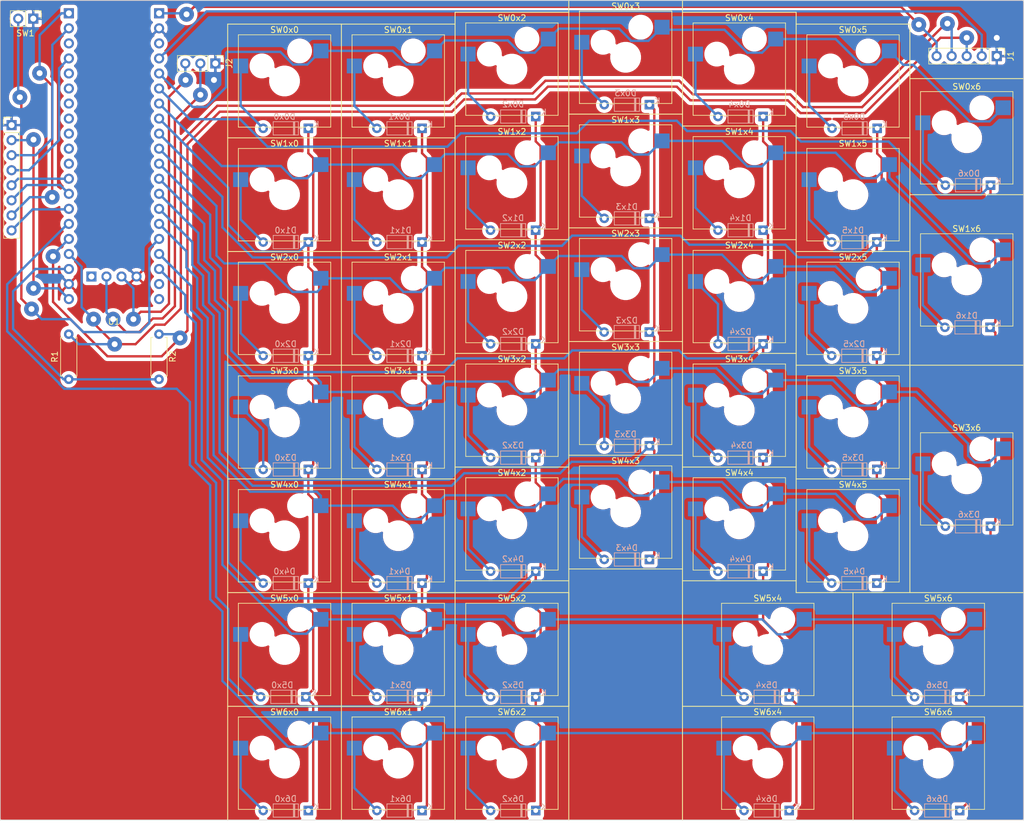
<source format=kicad_pcb>
(kicad_pcb (version 20171130) (host pcbnew 5.1.10-88a1d61d58~89~ubuntu20.04.1)
  (layers (0 F.Cu signal hide) (31 B.Cu signal) (34 B.Paste user) (35 F.Paste user) (36 B.SilkS user) (37 F.SilkS user) (38 B.Mask user) (39 F.Mask user) (44 Edge.Cuts user))
  (net 0 "")
  (net 1 Column0)
  (net 2 "Net-(D0x0-Pad2)")
  (net 3 Column1)
  (net 4 "Net-(D0x1-Pad2)")
  (net 5 "Net-(D0x2-Pad2)")
  (net 6 Column2)
  (net 7 Column3)
  (net 8 "Net-(D0x3-Pad2)")
  (net 9 "Net-(D0x4-Pad2)")
  (net 10 Column4)
  (net 11 Column5)
  (net 12 "Net-(D0x5-Pad2)")
  (net 13 "Net-(D0x6-Pad2)")
  (net 14 Column6)
  (net 15 "Net-(D1x0-Pad2)")
  (net 16 "Net-(D1x1-Pad2)")
  (net 17 "Net-(D1x2-Pad2)")
  (net 18 "Net-(D1x3-Pad2)")
  (net 19 "Net-(D1x4-Pad2)")
  (net 20 "Net-(D1x5-Pad2)")
  (net 21 "Net-(D1x6-Pad2)")
  (net 22 "Net-(D2x0-Pad2)")
  (net 23 "Net-(D2x1-Pad2)")
  (net 24 "Net-(D2x2-Pad2)")
  (net 25 "Net-(D2x3-Pad2)")
  (net 26 "Net-(D2x4-Pad2)")
  (net 27 "Net-(D2x5-Pad2)")
  (net 28 "Net-(D3x0-Pad2)")
  (net 29 "Net-(D3x1-Pad2)")
  (net 30 "Net-(D3x2-Pad2)")
  (net 31 "Net-(D3x3-Pad2)")
  (net 32 "Net-(D3x4-Pad2)")
  (net 33 "Net-(D3x5-Pad2)")
  (net 34 "Net-(D3x6-Pad2)")
  (net 35 "Net-(D4x0-Pad2)")
  (net 36 "Net-(D4x1-Pad2)")
  (net 37 "Net-(D4x2-Pad2)")
  (net 38 "Net-(D4x3-Pad2)")
  (net 39 "Net-(D4x4-Pad2)")
  (net 40 "Net-(D4x5-Pad2)")
  (net 41 "Net-(D5x0-Pad2)")
  (net 42 "Net-(D5x1-Pad2)")
  (net 43 "Net-(D5x2-Pad2)")
  (net 44 "Net-(D5x4-Pad2)")
  (net 45 "Net-(D5x6-Pad2)")
  (net 46 "Net-(D6x0-Pad2)")
  (net 47 "Net-(D6x1-Pad2)")
  (net 48 "Net-(D6x2-Pad2)")
  (net 49 "Net-(D6x4-Pad2)")
  (net 50 "Net-(D6x6-Pad2)")
  (net 51 GND)
  (net 52 Row0)
  (net 53 Row1)
  (net 54 Row2)
  (net 55 Row3)
  (net 56 Row4)
  (net 57 Row5)
  (net 58 Row6)
  (net 59 SWDIO)
  (net 60 SWCLK)
  (net 61 NRST)
  (net 62 MCP2307_RESET)
  (net 63 I2C1_SDA)
  (net 64 I2C1_SCL)
  (net 65 SPI2_MOSI)
  (net 66 ST7789_BLK)
  (net 67 +3V3)
  (net 68 SPI2_SCK)
  (net 69 ST7789_RES)
  (net 70 SPI2_NSS)
  (net 71 ST7789_DC)
  (net 72 +5V)
  (module Screens:ST77891.5SPI (layer F.Cu) (at -28.8 -98.859)
    (fp_text reference REF** (at 0 -22.86 180) (layer F.SilkS))
    (fp_text value ST77891.5SPI)
    (pad 8 thru_hole oval (at 8.89 -20.32 90) (size 1.7 1.7) (drill 1) (layers *.Cu *.Mask))
    (pad 7 thru_hole oval (at 6.35 -20.32 90) (size 1.7 1.7) (drill 1) (layers *.Cu *.Mask))
    (pad 6 thru_hole oval (at 3.81 -20.32 90) (size 1.7 1.7) (drill 1) (layers *.Cu *.Mask))
    (pad 5 thru_hole oval (at 1.27 -20.32 90) (size 1.7 1.7) (drill 1) (layers *.Cu *.Mask))
    (pad 4 thru_hole oval (at -1.27 -20.32 90) (size 1.7 1.7) (drill 1) (layers *.Cu *.Mask))
    (pad 3 thru_hole oval (at -3.81 -20.32 90) (size 1.7 1.7) (drill 1) (layers *.Cu *.Mask))
    (pad 2 thru_hole oval (at -6.35 -20.36 90) (size 1.7 1.7) (drill 1) (layers *.Cu *.Mask))
    (pad 1 thru_hole rect (at -8.89 -20.36 90) (size 1.7 1.7) (drill 1) (layers *.Cu *.Mask))
  )
  (module Button_Switch_Keyboard_fpo:SW_Cherry_MX_Plate_Kailh_PCB_Socket (layer F.Cu) (at 172.8 -81.6)
    (fp_text reference SW1x6 (at 0 -8.64) (layer F.SilkS))
    (fp_text value SW_Push)
    (pad "" np_thru_hole circle (at 0 0) (size 4 4) (drill 4) (layers *.Cu *.Mask))
    (pad "" np_thru_hole circle (at 2.54 -5.08) (size 3 3) (drill 3) (layers *.Cu *.Mask))
    (pad "" np_thru_hole circle (at -3.81 -2.54) (size 3 3) (drill 3) (layers *.Cu *.Mask))
    (pad 2 smd rect (at 6.14 -5.08) (size 2.55 2.5) (layers B.Cu B.Paste B.Mask) (net 53 Row1))
    (pad 1 smd rect (at -7.41 -2.54) (size 2.55 2.5) (layers B.Cu B.Paste B.Mask) (net 21 "Net-(D1x6-Pad2)"))
  )
  (module Diode_THT:D_DO-35_SOD27_P7.62mm_Horizontal (layer B.Cu) (at 61.62 -107.2 180)
    (fp_text reference D0x0 (at 4.02 1.984) (layer B.SilkS) (effects (justify mirror)))
    (fp_text value D)
    (fp_text user K (at -1.356 0.64) (layer B.SilkS) (effects (justify mirror)))
    (pad 2 thru_hole oval (at 7.62 0 180) (size 1.6 1.6) (drill 0.8) (layers *.Cu *.Mask) (net 2 "Net-(D0x0-Pad2)"))
    (pad 1 thru_hole rect (at 0 0 180) (size 1.6 1.6) (drill 0.8) (layers *.Cu *.Mask) (net 1 Column0))
  )
  (module Diode_THT:D_DO-35_SOD27_P7.62mm_Horizontal (layer B.Cu) (at 80.82 -107.2 180)
    (fp_text reference D0x1 (at 3.828 1.984) (layer B.SilkS) (effects (justify mirror)))
    (fp_text value D)
    (fp_text user K (at -1.356 0.64) (layer B.SilkS) (effects (justify mirror)))
    (pad 2 thru_hole oval (at 7.62 0 180) (size 1.6 1.6) (drill 0.8) (layers *.Cu *.Mask) (net 4 "Net-(D0x1-Pad2)"))
    (pad 1 thru_hole rect (at 0 0 180) (size 1.6 1.6) (drill 0.8) (layers *.Cu *.Mask) (net 3 Column1))
  )
  (module Diode_THT:D_DO-35_SOD27_P7.62mm_Horizontal (layer B.Cu) (at 100.02 -109.2 180)
    (fp_text reference D0x2 (at 3.828 2.064) (layer B.SilkS) (effects (justify mirror)))
    (fp_text value D)
    (fp_text user K (at -1.356 0.72) (layer B.SilkS) (effects (justify mirror)))
    (pad 2 thru_hole oval (at 7.62 0 180) (size 1.6 1.6) (drill 0.8) (layers *.Cu *.Mask) (net 5 "Net-(D0x2-Pad2)"))
    (pad 1 thru_hole rect (at 0 0 180) (size 1.6 1.6) (drill 0.8) (layers *.Cu *.Mask) (net 6 Column2))
  )
  (module Diode_THT:D_DO-35_SOD27_P7.62mm_Horizontal (layer B.Cu) (at 119.22 -111.2 180)
    (fp_text reference D0x3 (at 4.02 1.952) (layer B.SilkS) (effects (justify mirror)))
    (fp_text value D)
    (fp_text user K (at -1.356 0.608) (layer B.SilkS) (effects (justify mirror)))
    (pad 2 thru_hole oval (at 7.62 0 180) (size 1.6 1.6) (drill 0.8) (layers *.Cu *.Mask) (net 8 "Net-(D0x3-Pad2)"))
    (pad 1 thru_hole rect (at 0 0 180) (size 1.6 1.6) (drill 0.8) (layers *.Cu *.Mask) (net 7 Column3))
  )
  (module Diode_THT:D_DO-35_SOD27_P7.62mm_Horizontal (layer B.Cu) (at 138.42 -109.2 180)
    (fp_text reference D0x4 (at 4.02 2.064) (layer B.SilkS) (effects (justify mirror)))
    (fp_text value D)
    (fp_text user K (at -1.356 0.72) (layer B.SilkS) (effects (justify mirror)))
    (pad 2 thru_hole oval (at 7.62 0 180) (size 1.6 1.6) (drill 0.8) (layers *.Cu *.Mask) (net 9 "Net-(D0x4-Pad2)"))
    (pad 1 thru_hole rect (at 0 0 180) (size 1.6 1.6) (drill 0.8) (layers *.Cu *.Mask) (net 10 Column4))
  )
  (module Diode_THT:D_DO-35_SOD27_P7.62mm_Horizontal (layer B.Cu) (at 157.680001 -107.2 180)
    (fp_text reference D0x5 (at 3.888001 1.984) (layer B.SilkS) (effects (justify mirror)))
    (fp_text value D)
    (fp_text user K (at -1.295999 0.64) (layer B.SilkS) (effects (justify mirror)))
    (pad 2 thru_hole oval (at 7.62 0 180) (size 1.6 1.6) (drill 0.8) (layers *.Cu *.Mask) (net 12 "Net-(D0x5-Pad2)"))
    (pad 1 thru_hole rect (at 0 0 180) (size 1.6 1.6) (drill 0.8) (layers *.Cu *.Mask) (net 11 Column5))
  )
  (module Diode_THT:D_DO-35_SOD27_P7.62mm_Horizontal (layer B.Cu) (at 176.82 -97.6 180)
    (fp_text reference D0x6 (at 3.636 1.984) (layer B.SilkS) (effects (justify mirror)))
    (fp_text value D)
    (fp_text user K (at -1.356 0.64) (layer B.SilkS) (effects (justify mirror)))
    (pad 2 thru_hole oval (at 7.62 0 180) (size 1.6 1.6) (drill 0.8) (layers *.Cu *.Mask) (net 13 "Net-(D0x6-Pad2)"))
    (pad 1 thru_hole rect (at 0 0 180) (size 1.6 1.6) (drill 0.8) (layers *.Cu *.Mask) (net 14 Column6))
  )
  (module Diode_THT:D_DO-35_SOD27_P7.62mm_Horizontal (layer B.Cu) (at 61.62 -88 180)
    (fp_text reference D1x0 (at 3.828 1.984) (layer B.SilkS) (effects (justify mirror)))
    (fp_text value D)
    (fp_text user K (at -1.356 0.64) (layer B.SilkS) (effects (justify mirror)))
    (pad 2 thru_hole oval (at 7.62 0 180) (size 1.6 1.6) (drill 0.8) (layers *.Cu *.Mask) (net 15 "Net-(D1x0-Pad2)"))
    (pad 1 thru_hole rect (at 0 0 180) (size 1.6 1.6) (drill 0.8) (layers *.Cu *.Mask) (net 1 Column0))
  )
  (module Diode_THT:D_DO-35_SOD27_P7.62mm_Horizontal (layer B.Cu) (at 80.82 -88 180)
    (fp_text reference D1x1 (at 3.636 1.984) (layer B.SilkS) (effects (justify mirror)))
    (fp_text value D)
    (fp_text user K (at -1.356 0.64) (layer B.SilkS) (effects (justify mirror)))
    (pad 2 thru_hole oval (at 7.62 0 180) (size 1.6 1.6) (drill 0.8) (layers *.Cu *.Mask) (net 16 "Net-(D1x1-Pad2)"))
    (pad 1 thru_hole rect (at 0 0 180) (size 1.6 1.6) (drill 0.8) (layers *.Cu *.Mask) (net 3 Column1))
  )
  (module Diode_THT:D_DO-35_SOD27_P7.62mm_Horizontal (layer B.Cu) (at 100 -90 180)
    (fp_text reference D1x2 (at 3.808 2.064) (layer B.SilkS) (effects (justify mirror)))
    (fp_text value D)
    (fp_text user K (at -1.376 0.72) (layer B.SilkS) (effects (justify mirror)))
    (pad 2 thru_hole oval (at 7.62 0 180) (size 1.6 1.6) (drill 0.8) (layers *.Cu *.Mask) (net 17 "Net-(D1x2-Pad2)"))
    (pad 1 thru_hole rect (at 0 0 180) (size 1.6 1.6) (drill 0.8) (layers *.Cu *.Mask) (net 6 Column2))
  )
  (module Diode_THT:D_DO-35_SOD27_P7.62mm_Horizontal (layer B.Cu) (at 119.22 -92 180)
    (fp_text reference D1x3 (at 3.828 1.952) (layer B.SilkS) (effects (justify mirror)))
    (fp_text value D)
    (fp_text user K (at -1.356 0.608) (layer B.SilkS) (effects (justify mirror)))
    (pad 2 thru_hole oval (at 7.62 0 180) (size 1.6 1.6) (drill 0.8) (layers *.Cu *.Mask) (net 18 "Net-(D1x3-Pad2)"))
    (pad 1 thru_hole rect (at 0 0 180) (size 1.6 1.6) (drill 0.8) (layers *.Cu *.Mask) (net 7 Column3))
  )
  (module Diode_THT:D_DO-35_SOD27_P7.62mm_Horizontal (layer B.Cu) (at 138.42 -90 180)
    (fp_text reference D1x4 (at 3.828 2.064) (layer B.SilkS) (effects (justify mirror)))
    (fp_text value D)
    (fp_text user K (at -1.356 0.72) (layer B.SilkS) (effects (justify mirror)))
    (pad 2 thru_hole oval (at 7.62 0 180) (size 1.6 1.6) (drill 0.8) (layers *.Cu *.Mask) (net 19 "Net-(D1x4-Pad2)"))
    (pad 1 thru_hole rect (at 0 0 180) (size 1.6 1.6) (drill 0.8) (layers *.Cu *.Mask) (net 10 Column4))
  )
  (module Diode_THT:D_DO-35_SOD27_P7.62mm_Horizontal (layer B.Cu) (at 157.62 -88 180)
    (fp_text reference D1x5 (at 4.02 1.984) (layer B.SilkS) (effects (justify mirror)))
    (fp_text value D)
    (fp_text user K (at -1.356 0.64) (layer B.SilkS) (effects (justify mirror)))
    (pad 2 thru_hole oval (at 7.62 0 180) (size 1.6 1.6) (drill 0.8) (layers *.Cu *.Mask) (net 20 "Net-(D1x5-Pad2)"))
    (pad 1 thru_hole rect (at 0 0 180) (size 1.6 1.6) (drill 0.8) (layers *.Cu *.Mask) (net 11 Column5))
  )
  (module Diode_THT:D_DO-35_SOD27_P7.62mm_Horizontal (layer B.Cu) (at 176.74 -73.6 180)
    (fp_text reference D1x6 (at 3.94 1.984) (layer B.SilkS) (effects (justify mirror)))
    (fp_text value D)
    (fp_text user K (at -1.436 0.64) (layer B.SilkS) (effects (justify mirror)))
    (pad 2 thru_hole oval (at 7.62 0 180) (size 1.6 1.6) (drill 0.8) (layers *.Cu *.Mask) (net 21 "Net-(D1x6-Pad2)"))
    (pad 1 thru_hole rect (at 0 0 180) (size 1.6 1.6) (drill 0.8) (layers *.Cu *.Mask) (net 14 Column6))
  )
  (module Diode_THT:D_DO-35_SOD27_P7.62mm_Horizontal (layer B.Cu) (at 61.62 -68.8 180)
    (fp_text reference D2x0 (at 3.828 1.984) (layer B.SilkS) (effects (justify mirror)))
    (fp_text value D)
    (fp_text user K (at -1.356 0.64) (layer B.SilkS) (effects (justify mirror)))
    (pad 2 thru_hole oval (at 7.62 0 180) (size 1.6 1.6) (drill 0.8) (layers *.Cu *.Mask) (net 22 "Net-(D2x0-Pad2)"))
    (pad 1 thru_hole rect (at 0 0 180) (size 1.6 1.6) (drill 0.8) (layers *.Cu *.Mask) (net 1 Column0))
  )
  (module Diode_THT:D_DO-35_SOD27_P7.62mm_Horizontal (layer B.Cu) (at 80.82 -68.8 180)
    (fp_text reference D2x1 (at 3.636 1.984) (layer B.SilkS) (effects (justify mirror)))
    (fp_text value D)
    (fp_text user K (at -1.356 0.64) (layer B.SilkS) (effects (justify mirror)))
    (pad 2 thru_hole oval (at 7.62 0 180) (size 1.6 1.6) (drill 0.8) (layers *.Cu *.Mask) (net 23 "Net-(D2x1-Pad2)"))
    (pad 1 thru_hole rect (at 0 0 180) (size 1.6 1.6) (drill 0.8) (layers *.Cu *.Mask) (net 3 Column1))
  )
  (module Diode_THT:D_DO-35_SOD27_P7.62mm_Horizontal (layer B.Cu) (at 100.02 -70.8 180)
    (fp_text reference D2x2 (at 3.828 2.064) (layer B.SilkS) (effects (justify mirror)))
    (fp_text value D)
    (fp_text user K (at -1.356 0.72) (layer B.SilkS) (effects (justify mirror)))
    (pad 2 thru_hole oval (at 7.62 0 180) (size 1.6 1.6) (drill 0.8) (layers *.Cu *.Mask) (net 24 "Net-(D2x2-Pad2)"))
    (pad 1 thru_hole rect (at 0 0 180) (size 1.6 1.6) (drill 0.8) (layers *.Cu *.Mask) (net 6 Column2))
  )
  (module Diode_THT:D_DO-35_SOD27_P7.62mm_Horizontal (layer B.Cu) (at 119.2 -72.8 180)
    (fp_text reference D2x3 (at 3.808 1.952) (layer B.SilkS) (effects (justify mirror)))
    (fp_text value D)
    (fp_text user K (at -1.376 0.608) (layer B.SilkS) (effects (justify mirror)))
    (pad 2 thru_hole oval (at 7.62 0 180) (size 1.6 1.6) (drill 0.8) (layers *.Cu *.Mask) (net 25 "Net-(D2x3-Pad2)"))
    (pad 1 thru_hole rect (at 0 0 180) (size 1.6 1.6) (drill 0.8) (layers *.Cu *.Mask) (net 7 Column3))
  )
  (module Diode_THT:D_DO-35_SOD27_P7.62mm_Horizontal (layer B.Cu) (at 138.42 -70.8 180)
    (fp_text reference D2x4 (at 3.828 2.064) (layer B.SilkS) (effects (justify mirror)))
    (fp_text value D)
    (fp_text user K (at -1.356 0.72) (layer B.SilkS) (effects (justify mirror)))
    (pad 2 thru_hole oval (at 7.62 0 180) (size 1.6 1.6) (drill 0.8) (layers *.Cu *.Mask) (net 26 "Net-(D2x4-Pad2)"))
    (pad 1 thru_hole rect (at 0 0 180) (size 1.6 1.6) (drill 0.8) (layers *.Cu *.Mask) (net 10 Column4))
  )
  (module Diode_THT:D_DO-35_SOD27_P7.62mm_Horizontal (layer B.Cu) (at 157.62 -68.8 180)
    (fp_text reference D2x5 (at 3.828 1.984) (layer B.SilkS) (effects (justify mirror)))
    (fp_text value D)
    (fp_text user K (at -1.356 0.64) (layer B.SilkS) (effects (justify mirror)))
    (pad 2 thru_hole oval (at 7.62 0 180) (size 1.6 1.6) (drill 0.8) (layers *.Cu *.Mask) (net 27 "Net-(D2x5-Pad2)"))
    (pad 1 thru_hole rect (at 0 0 180) (size 1.6 1.6) (drill 0.8) (layers *.Cu *.Mask) (net 11 Column5))
  )
  (module Diode_THT:D_DO-35_SOD27_P7.62mm_Horizontal (layer B.Cu) (at 61.62 -49.6 180)
    (fp_text reference D3x0 (at 3.828 1.984) (layer B.SilkS) (effects (justify mirror)))
    (fp_text value D)
    (fp_text user K (at -1.356 0.64) (layer B.SilkS) (effects (justify mirror)))
    (pad 2 thru_hole oval (at 7.62 0 180) (size 1.6 1.6) (drill 0.8) (layers *.Cu *.Mask) (net 28 "Net-(D3x0-Pad2)"))
    (pad 1 thru_hole rect (at 0 0 180) (size 1.6 1.6) (drill 0.8) (layers *.Cu *.Mask) (net 1 Column0))
  )
  (module Diode_THT:D_DO-35_SOD27_P7.62mm_Horizontal (layer B.Cu) (at 80.82 -49.6 180)
    (fp_text reference D3x1 (at 3.636 1.984) (layer B.SilkS) (effects (justify mirror)))
    (fp_text value D)
    (fp_text user K (at -1.356 0.64) (layer B.SilkS) (effects (justify mirror)))
    (pad 2 thru_hole oval (at 7.62 0 180) (size 1.6 1.6) (drill 0.8) (layers *.Cu *.Mask) (net 29 "Net-(D3x1-Pad2)"))
    (pad 1 thru_hole rect (at 0 0 180) (size 1.6 1.6) (drill 0.8) (layers *.Cu *.Mask) (net 3 Column1))
  )
  (module Diode_THT:D_DO-35_SOD27_P7.62mm_Horizontal (layer B.Cu) (at 100.02 -51.6 180)
    (fp_text reference D3x2 (at 3.828 2.064) (layer B.SilkS) (effects (justify mirror)))
    (fp_text value D)
    (fp_text user K (at -1.356 0.72) (layer B.SilkS) (effects (justify mirror)))
    (pad 2 thru_hole oval (at 7.62 0 180) (size 1.6 1.6) (drill 0.8) (layers *.Cu *.Mask) (net 30 "Net-(D3x2-Pad2)"))
    (pad 1 thru_hole rect (at 0 0 180) (size 1.6 1.6) (drill 0.8) (layers *.Cu *.Mask) (net 6 Column2))
  )
  (module Diode_THT:D_DO-35_SOD27_P7.62mm_Horizontal (layer B.Cu) (at 119.22 -53.6 180)
    (fp_text reference D3x3 (at 4.02 1.952) (layer B.SilkS) (effects (justify mirror)))
    (fp_text value D)
    (fp_text user K (at -1.356 0.608) (layer B.SilkS) (effects (justify mirror)))
    (pad 2 thru_hole oval (at 7.62 0 180) (size 1.6 1.6) (drill 0.8) (layers *.Cu *.Mask) (net 31 "Net-(D3x3-Pad2)"))
    (pad 1 thru_hole rect (at 0 0 180) (size 1.6 1.6) (drill 0.8) (layers *.Cu *.Mask) (net 7 Column3))
  )
  (module Diode_THT:D_DO-35_SOD27_P7.62mm_Horizontal (layer B.Cu) (at 138.4 -51.6 180)
    (fp_text reference D3x4 (at 3.616 2.064) (layer B.SilkS) (effects (justify mirror)))
    (fp_text value D)
    (fp_text user K (at -1.376 0.72) (layer B.SilkS) (effects (justify mirror)))
    (pad 2 thru_hole oval (at 7.62 0 180) (size 1.6 1.6) (drill 0.8) (layers *.Cu *.Mask) (net 32 "Net-(D3x4-Pad2)"))
    (pad 1 thru_hole rect (at 0 0 180) (size 1.6 1.6) (drill 0.8) (layers *.Cu *.Mask) (net 10 Column4))
  )
  (module Diode_THT:D_DO-35_SOD27_P7.62mm_Horizontal (layer B.Cu) (at 157.62 -49.6 180)
    (fp_text reference D3x5 (at 4.02 1.984) (layer B.SilkS) (effects (justify mirror)))
    (fp_text value D)
    (fp_text user K (at -1.356 0.64) (layer B.SilkS) (effects (justify mirror)))
    (pad 2 thru_hole oval (at 7.62 0 180) (size 1.6 1.6) (drill 0.8) (layers *.Cu *.Mask) (net 33 "Net-(D3x5-Pad2)"))
    (pad 1 thru_hole rect (at 0 0 180) (size 1.6 1.6) (drill 0.8) (layers *.Cu *.Mask) (net 11 Column5))
  )
  (module Diode_THT:D_DO-35_SOD27_P7.62mm_Horizontal (layer B.Cu) (at 176.82 -40 180)
    (fp_text reference D3x6 (at 3.636 1.984) (layer B.SilkS) (effects (justify mirror)))
    (fp_text value D)
    (fp_text user K (at -1.356 0.64) (layer B.SilkS) (effects (justify mirror)))
    (pad 2 thru_hole oval (at 7.62 0 180) (size 1.6 1.6) (drill 0.8) (layers *.Cu *.Mask) (net 34 "Net-(D3x6-Pad2)"))
    (pad 1 thru_hole rect (at 0 0 180) (size 1.6 1.6) (drill 0.8) (layers *.Cu *.Mask) (net 14 Column6))
  )
  (module Diode_THT:D_DO-35_SOD27_P7.62mm_Horizontal (layer B.Cu) (at 61.62 -30.4 180)
    (fp_text reference D4x0 (at 4.02 1.984) (layer B.SilkS) (effects (justify mirror)))
    (fp_text value D)
    (fp_text user K (at -1.356 0.64) (layer B.SilkS) (effects (justify mirror)))
    (pad 2 thru_hole oval (at 7.62 0 180) (size 1.6 1.6) (drill 0.8) (layers *.Cu *.Mask) (net 35 "Net-(D4x0-Pad2)"))
    (pad 1 thru_hole rect (at 0 0 180) (size 1.6 1.6) (drill 0.8) (layers *.Cu *.Mask) (net 1 Column0))
  )
  (module Diode_THT:D_DO-35_SOD27_P7.62mm_Horizontal (layer B.Cu) (at 80.82 -30.4 180)
    (fp_text reference D4x1 (at 3.828 1.984) (layer B.SilkS) (effects (justify mirror)))
    (fp_text value D)
    (fp_text user K (at -1.356 0.64) (layer B.SilkS) (effects (justify mirror)))
    (pad 2 thru_hole oval (at 7.62 0 180) (size 1.6 1.6) (drill 0.8) (layers *.Cu *.Mask) (net 36 "Net-(D4x1-Pad2)"))
    (pad 1 thru_hole rect (at 0 0 180) (size 1.6 1.6) (drill 0.8) (layers *.Cu *.Mask) (net 3 Column1))
  )
  (module Diode_THT:D_DO-35_SOD27_P7.62mm_Horizontal (layer B.Cu) (at 100.02 -32.4 180)
    (fp_text reference D4x2 (at 3.828 2.064) (layer B.SilkS) (effects (justify mirror)))
    (fp_text value D)
    (fp_text user K (at -1.356 0.72) (layer B.SilkS) (effects (justify mirror)))
    (pad 2 thru_hole oval (at 7.62 0 180) (size 1.6 1.6) (drill 0.8) (layers *.Cu *.Mask) (net 37 "Net-(D4x2-Pad2)"))
    (pad 1 thru_hole rect (at 0 0 180) (size 1.6 1.6) (drill 0.8) (layers *.Cu *.Mask) (net 6 Column2))
  )
  (module Diode_THT:D_DO-35_SOD27_P7.62mm_Horizontal (layer B.Cu) (at 119.22 -34.4 180)
    (fp_text reference D4x3 (at 3.828 1.952) (layer B.SilkS) (effects (justify mirror)))
    (fp_text value D)
    (fp_text user K (at -1.356 0.608) (layer B.SilkS) (effects (justify mirror)))
    (pad 2 thru_hole oval (at 7.62 0 180) (size 1.6 1.6) (drill 0.8) (layers *.Cu *.Mask) (net 38 "Net-(D4x3-Pad2)"))
    (pad 1 thru_hole rect (at 0 0 180) (size 1.6 1.6) (drill 0.8) (layers *.Cu *.Mask) (net 7 Column3))
  )
  (module Diode_THT:D_DO-35_SOD27_P7.62mm_Horizontal (layer B.Cu) (at 138.42 -32.4 180)
    (fp_text reference D4x4 (at 3.828 2.064) (layer B.SilkS) (effects (justify mirror)))
    (fp_text value D)
    (fp_text user K (at -1.356 0.72) (layer B.SilkS) (effects (justify mirror)))
    (pad 2 thru_hole oval (at 7.62 0 180) (size 1.6 1.6) (drill 0.8) (layers *.Cu *.Mask) (net 39 "Net-(D4x4-Pad2)"))
    (pad 1 thru_hole rect (at 0 0 180) (size 1.6 1.6) (drill 0.8) (layers *.Cu *.Mask) (net 10 Column4))
  )
  (module Diode_THT:D_DO-35_SOD27_P7.62mm_Horizontal (layer B.Cu) (at 157.62 -30.4 180)
    (fp_text reference D4x5 (at 3.828 1.984) (layer B.SilkS) (effects (justify mirror)))
    (fp_text value D)
    (fp_text user K (at -1.356 0.64) (layer B.SilkS) (effects (justify mirror)))
    (pad 2 thru_hole oval (at 7.62 0 180) (size 1.6 1.6) (drill 0.8) (layers *.Cu *.Mask) (net 40 "Net-(D4x5-Pad2)"))
    (pad 1 thru_hole rect (at 0 0 180) (size 1.6 1.6) (drill 0.8) (layers *.Cu *.Mask) (net 11 Column5))
  )
  (module Diode_THT:D_DO-35_SOD27_P7.62mm_Horizontal (layer B.Cu) (at 61.2 -11.2 180)
    (fp_text reference D5x0 (at 3.984 1.984) (layer B.SilkS) (effects (justify mirror)))
    (fp_text value D)
    (fp_text user K (at -1.392 0.64) (layer B.SilkS) (effects (justify mirror)))
    (pad 2 thru_hole oval (at 7.62 0 180) (size 1.6 1.6) (drill 0.8) (layers *.Cu *.Mask) (net 41 "Net-(D5x0-Pad2)"))
    (pad 1 thru_hole rect (at 0 0 180) (size 1.6 1.6) (drill 0.8) (layers *.Cu *.Mask) (net 1 Column0))
  )
  (module Diode_THT:D_DO-35_SOD27_P7.62mm_Horizontal (layer B.Cu) (at 80.82 -11.2 180)
    (fp_text reference D5x1 (at 3.636 1.984) (layer B.SilkS) (effects (justify mirror)))
    (fp_text value D)
    (fp_text user K (at -1.356 0.64) (layer B.SilkS) (effects (justify mirror)))
    (pad 2 thru_hole oval (at 7.62 0 180) (size 1.6 1.6) (drill 0.8) (layers *.Cu *.Mask) (net 42 "Net-(D5x1-Pad2)"))
    (pad 1 thru_hole rect (at 0 0 180) (size 1.6 1.6) (drill 0.8) (layers *.Cu *.Mask) (net 3 Column1))
  )
  (module Diode_THT:D_DO-35_SOD27_P7.62mm_Horizontal (layer B.Cu) (at 100.02 -11.2 180)
    (fp_text reference D5x2 (at 3.828 1.984) (layer B.SilkS) (effects (justify mirror)))
    (fp_text value D)
    (fp_text user K (at -1.356 0.64) (layer B.SilkS) (effects (justify mirror)))
    (pad 2 thru_hole oval (at 7.62 0 180) (size 1.6 1.6) (drill 0.8) (layers *.Cu *.Mask) (net 43 "Net-(D5x2-Pad2)"))
    (pad 1 thru_hole rect (at 0 0 180) (size 1.6 1.6) (drill 0.8) (layers *.Cu *.Mask) (net 6 Column2))
  )
  (module Diode_THT:D_DO-35_SOD27_P7.62mm_Horizontal (layer B.Cu) (at 142.82 -11.2 180)
    (fp_text reference D5x4 (at 3.812 1.984) (layer B.SilkS) (effects (justify mirror)))
    (fp_text value D)
    (fp_text user K (at -1.372 0.64) (layer B.SilkS) (effects (justify mirror)))
    (pad 2 thru_hole oval (at 7.62 0 180) (size 1.6 1.6) (drill 0.8) (layers *.Cu *.Mask) (net 44 "Net-(D5x4-Pad2)"))
    (pad 1 thru_hole rect (at 0 0 180) (size 1.6 1.6) (drill 0.8) (layers *.Cu *.Mask) (net 10 Column4))
  )
  (module Diode_THT:D_DO-35_SOD27_P7.62mm_Horizontal (layer B.Cu) (at 171.62 -11.2 180)
    (fp_text reference D5x6 (at 3.812 1.984) (layer B.SilkS) (effects (justify mirror)))
    (fp_text value D)
    (fp_text user K (at -1.372 0.64) (layer B.SilkS) (effects (justify mirror)))
    (pad 2 thru_hole oval (at 7.62 0 180) (size 1.6 1.6) (drill 0.8) (layers *.Cu *.Mask) (net 45 "Net-(D5x6-Pad2)"))
    (pad 1 thru_hole rect (at 0 0 180) (size 1.6 1.6) (drill 0.8) (layers *.Cu *.Mask) (net 14 Column6))
  )
  (module Diode_THT:D_DO-35_SOD27_P7.62mm_Horizontal (layer B.Cu) (at 61.62 8 180)
    (fp_text reference D6x0 (at 3.828 1.984) (layer B.SilkS) (effects (justify mirror)))
    (fp_text value D)
    (fp_text user K (at -1.356 0.64) (layer B.SilkS) (effects (justify mirror)))
    (pad 2 thru_hole oval (at 7.62 0 180) (size 1.6 1.6) (drill 0.8) (layers *.Cu *.Mask) (net 46 "Net-(D6x0-Pad2)"))
    (pad 1 thru_hole rect (at 0 0 180) (size 1.6 1.6) (drill 0.8) (layers *.Cu *.Mask) (net 1 Column0))
  )
  (module Diode_THT:D_DO-35_SOD27_P7.62mm_Horizontal (layer B.Cu) (at 80.82 8 180)
    (fp_text reference D6x1 (at 3.636 1.984) (layer B.SilkS) (effects (justify mirror)))
    (fp_text value D)
    (fp_text user K (at -1.356 0.64) (layer B.SilkS) (effects (justify mirror)))
    (pad 2 thru_hole oval (at 7.62 0 180) (size 1.6 1.6) (drill 0.8) (layers *.Cu *.Mask) (net 47 "Net-(D6x1-Pad2)"))
    (pad 1 thru_hole rect (at 0 0 180) (size 1.6 1.6) (drill 0.8) (layers *.Cu *.Mask) (net 3 Column1))
  )
  (module Diode_THT:D_DO-35_SOD27_P7.62mm_Horizontal (layer B.Cu) (at 100.02 8 180)
    (fp_text reference D6x2 (at 3.828 1.984) (layer B.SilkS) (effects (justify mirror)))
    (fp_text value D)
    (fp_text user K (at -1.356 0.64) (layer B.SilkS) (effects (justify mirror)))
    (pad 2 thru_hole oval (at 7.62 0 180) (size 1.6 1.6) (drill 0.8) (layers *.Cu *.Mask) (net 48 "Net-(D6x2-Pad2)"))
    (pad 1 thru_hole rect (at 0 0 180) (size 1.6 1.6) (drill 0.8) (layers *.Cu *.Mask) (net 6 Column2))
  )
  (module Diode_THT:D_DO-35_SOD27_P7.62mm_Horizontal (layer B.Cu) (at 142.82 8 180)
    (fp_text reference D6x4 (at 3.812 1.984) (layer B.SilkS) (effects (justify mirror)))
    (fp_text value D)
    (fp_text user K (at -1.372 0.64) (layer B.SilkS) (effects (justify mirror)))
    (pad 2 thru_hole oval (at 7.62 0 180) (size 1.6 1.6) (drill 0.8) (layers *.Cu *.Mask) (net 49 "Net-(D6x4-Pad2)"))
    (pad 1 thru_hole rect (at 0 0 180) (size 1.6 1.6) (drill 0.8) (layers *.Cu *.Mask) (net 10 Column4))
  )
  (module Diode_THT:D_DO-35_SOD27_P7.62mm_Horizontal (layer B.Cu) (at 171.62 8 180)
    (fp_text reference D6x6 (at 3.812 1.984) (layer B.SilkS) (effects (justify mirror)))
    (fp_text value D)
    (fp_text user K (at -1.372 0.64) (layer B.SilkS) (effects (justify mirror)))
    (pad 2 thru_hole oval (at 7.62 0 180) (size 1.6 1.6) (drill 0.8) (layers *.Cu *.Mask) (net 50 "Net-(D6x6-Pad2)"))
    (pad 1 thru_hole rect (at 0 0 180) (size 1.6 1.6) (drill 0.8) (layers *.Cu *.Mask) (net 14 Column6))
  )
  (module Button_Switch_Keyboard_fpo:SW_Cherry_MX_Plate_Kailh_PCB_Socket (layer F.Cu) (at 57.6 -115.2)
    (fp_text reference SW0x0 (at 0 -8.64) (layer F.SilkS))
    (fp_text value SW_Push)
    (pad "" np_thru_hole circle (at 0 0) (size 4 4) (drill 4) (layers *.Cu *.Mask))
    (pad "" np_thru_hole circle (at 2.54 -5.08) (size 3 3) (drill 3) (layers *.Cu *.Mask))
    (pad "" np_thru_hole circle (at -3.81 -2.54) (size 3 3) (drill 3) (layers *.Cu *.Mask))
    (pad 2 smd rect (at 6.14 -5.08) (size 2.55 2.5) (layers B.Cu B.Paste B.Mask) (net 52 Row0))
    (pad 1 smd rect (at -7.41 -2.54) (size 2.55 2.5) (layers B.Cu B.Paste B.Mask) (net 2 "Net-(D0x0-Pad2)"))
  )
  (module Button_Switch_Keyboard_fpo:SW_Cherry_MX_Plate_Kailh_PCB_Socket (layer F.Cu) (at 76.8 -115.2)
    (fp_text reference SW0x1 (at 0 -8.64) (layer F.SilkS))
    (fp_text value SW_Push)
    (pad "" np_thru_hole circle (at 0 0) (size 4 4) (drill 4) (layers *.Cu *.Mask))
    (pad "" np_thru_hole circle (at 2.54 -5.08) (size 3 3) (drill 3) (layers *.Cu *.Mask))
    (pad "" np_thru_hole circle (at -3.81 -2.54) (size 3 3) (drill 3) (layers *.Cu *.Mask))
    (pad 2 smd rect (at 6.14 -5.08) (size 2.55 2.5) (layers B.Cu B.Paste B.Mask) (net 52 Row0))
    (pad 1 smd rect (at -7.41 -2.54) (size 2.55 2.5) (layers B.Cu B.Paste B.Mask) (net 4 "Net-(D0x1-Pad2)"))
  )
  (module Button_Switch_Keyboard_fpo:SW_Cherry_MX_Plate_Kailh_PCB_Socket (layer F.Cu) (at 96 -117.2)
    (fp_text reference SW0x2 (at 0 -8.64) (layer F.SilkS))
    (fp_text value SW_Push)
    (pad "" np_thru_hole circle (at 0 0) (size 4 4) (drill 4) (layers *.Cu *.Mask))
    (pad "" np_thru_hole circle (at 2.54 -5.08) (size 3 3) (drill 3) (layers *.Cu *.Mask))
    (pad "" np_thru_hole circle (at -3.81 -2.54) (size 3 3) (drill 3) (layers *.Cu *.Mask))
    (pad 2 smd rect (at 6.14 -5.08) (size 2.55 2.5) (layers B.Cu B.Paste B.Mask) (net 52 Row0))
    (pad 1 smd rect (at -7.41 -2.54) (size 2.55 2.5) (layers B.Cu B.Paste B.Mask) (net 5 "Net-(D0x2-Pad2)"))
  )
  (module Button_Switch_Keyboard_fpo:SW_Cherry_MX_Plate_Kailh_PCB_Socket (layer F.Cu) (at 115.2 -119.2)
    (fp_text reference SW0x3 (at 0 -8.64) (layer F.SilkS))
    (fp_text value SW_Push)
    (pad "" np_thru_hole circle (at 0 0) (size 4 4) (drill 4) (layers *.Cu *.Mask))
    (pad "" np_thru_hole circle (at 2.54 -5.08) (size 3 3) (drill 3) (layers *.Cu *.Mask))
    (pad "" np_thru_hole circle (at -3.81 -2.54) (size 3 3) (drill 3) (layers *.Cu *.Mask))
    (pad 2 smd rect (at 6.14 -5.08) (size 2.55 2.5) (layers B.Cu B.Paste B.Mask) (net 52 Row0))
    (pad 1 smd rect (at -7.41 -2.54) (size 2.55 2.5) (layers B.Cu B.Paste B.Mask) (net 8 "Net-(D0x3-Pad2)"))
  )
  (module Button_Switch_Keyboard_fpo:SW_Cherry_MX_Plate_Kailh_PCB_Socket (layer F.Cu) (at 134.4 -117.2)
    (fp_text reference SW0x4 (at 0 -8.64) (layer F.SilkS))
    (fp_text value SW_Push)
    (pad "" np_thru_hole circle (at 0 0) (size 4 4) (drill 4) (layers *.Cu *.Mask))
    (pad "" np_thru_hole circle (at 2.54 -5.08) (size 3 3) (drill 3) (layers *.Cu *.Mask))
    (pad "" np_thru_hole circle (at -3.81 -2.54) (size 3 3) (drill 3) (layers *.Cu *.Mask))
    (pad 2 smd rect (at 6.14 -5.08) (size 2.55 2.5) (layers B.Cu B.Paste B.Mask) (net 52 Row0))
    (pad 1 smd rect (at -7.41 -2.54) (size 2.55 2.5) (layers B.Cu B.Paste B.Mask) (net 9 "Net-(D0x4-Pad2)"))
  )
  (module Button_Switch_Keyboard_fpo:SW_Cherry_MX_Plate_Kailh_PCB_Socket (layer F.Cu) (at 153.6 -115.2)
    (fp_text reference SW0x5 (at 0 -8.64) (layer F.SilkS))
    (fp_text value SW_Push)
    (pad "" np_thru_hole circle (at 0 0) (size 4 4) (drill 4) (layers *.Cu *.Mask))
    (pad "" np_thru_hole circle (at 2.54 -5.08) (size 3 3) (drill 3) (layers *.Cu *.Mask))
    (pad "" np_thru_hole circle (at -3.81 -2.54) (size 3 3) (drill 3) (layers *.Cu *.Mask))
    (pad 2 smd rect (at 6.14 -5.08) (size 2.55 2.5) (layers B.Cu B.Paste B.Mask) (net 52 Row0))
    (pad 1 smd rect (at -7.41 -2.54) (size 2.55 2.5) (layers B.Cu B.Paste B.Mask) (net 12 "Net-(D0x5-Pad2)"))
  )
  (module Button_Switch_Keyboard_fpo:SW_Cherry_MX_Plate_Kailh_PCB_Socket (layer F.Cu) (at 172.8 -105.6)
    (fp_text reference SW0x6 (at 0 -8.64) (layer F.SilkS))
    (fp_text value SW_Push)
    (pad "" np_thru_hole circle (at 0 0) (size 4 4) (drill 4) (layers *.Cu *.Mask))
    (pad "" np_thru_hole circle (at 2.54 -5.08) (size 3 3) (drill 3) (layers *.Cu *.Mask))
    (pad "" np_thru_hole circle (at -3.81 -2.54) (size 3 3) (drill 3) (layers *.Cu *.Mask))
    (pad 2 smd rect (at 6.14 -5.08) (size 2.55 2.5) (layers B.Cu B.Paste B.Mask) (net 52 Row0))
    (pad 1 smd rect (at -7.41 -2.54) (size 2.55 2.5) (layers B.Cu B.Paste B.Mask) (net 13 "Net-(D0x6-Pad2)"))
  )
  (module Button_Switch_Keyboard_fpo:SW_Cherry_MX_Plate_Kailh_PCB_Socket (layer F.Cu) (at 57.6 -96)
    (fp_text reference SW1x0 (at 0 -8.64) (layer F.SilkS))
    (fp_text value SW_Push)
    (pad "" np_thru_hole circle (at 0 0) (size 4 4) (drill 4) (layers *.Cu *.Mask))
    (pad "" np_thru_hole circle (at 2.54 -5.08) (size 3 3) (drill 3) (layers *.Cu *.Mask))
    (pad "" np_thru_hole circle (at -3.81 -2.54) (size 3 3) (drill 3) (layers *.Cu *.Mask))
    (pad 2 smd rect (at 6.14 -5.08) (size 2.55 2.5) (layers B.Cu B.Paste B.Mask) (net 53 Row1))
    (pad 1 smd rect (at -7.41 -2.54) (size 2.55 2.5) (layers B.Cu B.Paste B.Mask) (net 15 "Net-(D1x0-Pad2)"))
  )
  (module Button_Switch_Keyboard_fpo:SW_Cherry_MX_Plate_Kailh_PCB_Socket (layer F.Cu) (at 76.8 -96)
    (fp_text reference SW1x1 (at 0 -8.64) (layer F.SilkS))
    (fp_text value SW_Push)
    (pad "" np_thru_hole circle (at 0 0) (size 4 4) (drill 4) (layers *.Cu *.Mask))
    (pad "" np_thru_hole circle (at 2.54 -5.08) (size 3 3) (drill 3) (layers *.Cu *.Mask))
    (pad "" np_thru_hole circle (at -3.81 -2.54) (size 3 3) (drill 3) (layers *.Cu *.Mask))
    (pad 2 smd rect (at 6.14 -5.08) (size 2.55 2.5) (layers B.Cu B.Paste B.Mask) (net 53 Row1))
    (pad 1 smd rect (at -7.41 -2.54) (size 2.55 2.5) (layers B.Cu B.Paste B.Mask) (net 16 "Net-(D1x1-Pad2)"))
  )
  (module Button_Switch_Keyboard_fpo:SW_Cherry_MX_Plate_Kailh_PCB_Socket (layer F.Cu) (at 96 -98)
    (fp_text reference SW1x2 (at 0 -8.64) (layer F.SilkS))
    (fp_text value SW_Push)
    (pad "" np_thru_hole circle (at 0 0) (size 4 4) (drill 4) (layers *.Cu *.Mask))
    (pad "" np_thru_hole circle (at 2.54 -5.08) (size 3 3) (drill 3) (layers *.Cu *.Mask))
    (pad "" np_thru_hole circle (at -3.81 -2.54) (size 3 3) (drill 3) (layers *.Cu *.Mask))
    (pad 2 smd rect (at 6.14 -5.08) (size 2.55 2.5) (layers B.Cu B.Paste B.Mask) (net 53 Row1))
    (pad 1 smd rect (at -7.41 -2.54) (size 2.55 2.5) (layers B.Cu B.Paste B.Mask) (net 17 "Net-(D1x2-Pad2)"))
  )
  (module Button_Switch_Keyboard_fpo:SW_Cherry_MX_Plate_Kailh_PCB_Socket (layer F.Cu) (at 115.2 -100)
    (fp_text reference SW1x3 (at 0 -8.64) (layer F.SilkS))
    (fp_text value SW_Push)
    (pad "" np_thru_hole circle (at 0 0) (size 4 4) (drill 4) (layers *.Cu *.Mask))
    (pad "" np_thru_hole circle (at 2.54 -5.08) (size 3 3) (drill 3) (layers *.Cu *.Mask))
    (pad "" np_thru_hole circle (at -3.81 -2.54) (size 3 3) (drill 3) (layers *.Cu *.Mask))
    (pad 2 smd rect (at 6.14 -5.08) (size 2.55 2.5) (layers B.Cu B.Paste B.Mask) (net 53 Row1))
    (pad 1 smd rect (at -7.41 -2.54) (size 2.55 2.5) (layers B.Cu B.Paste B.Mask) (net 18 "Net-(D1x3-Pad2)"))
  )
  (module Button_Switch_Keyboard_fpo:SW_Cherry_MX_Plate_Kailh_PCB_Socket (layer F.Cu) (at 134.4 -98)
    (fp_text reference SW1x4 (at 0 -8.64) (layer F.SilkS))
    (fp_text value SW_Push)
    (pad "" np_thru_hole circle (at 0 0) (size 4 4) (drill 4) (layers *.Cu *.Mask))
    (pad "" np_thru_hole circle (at 2.54 -5.08) (size 3 3) (drill 3) (layers *.Cu *.Mask))
    (pad "" np_thru_hole circle (at -3.81 -2.54) (size 3 3) (drill 3) (layers *.Cu *.Mask))
    (pad 2 smd rect (at 6.14 -5.08) (size 2.55 2.5) (layers B.Cu B.Paste B.Mask) (net 53 Row1))
    (pad 1 smd rect (at -7.41 -2.54) (size 2.55 2.5) (layers B.Cu B.Paste B.Mask) (net 19 "Net-(D1x4-Pad2)"))
  )
  (module Button_Switch_Keyboard_fpo:SW_Cherry_MX_Plate_Kailh_PCB_Socket (layer F.Cu) (at 153.6 -96)
    (fp_text reference SW1x5 (at 0 -8.64) (layer F.SilkS))
    (fp_text value SW_Push)
    (pad "" np_thru_hole circle (at 0 0) (size 4 4) (drill 4) (layers *.Cu *.Mask))
    (pad "" np_thru_hole circle (at 2.54 -5.08) (size 3 3) (drill 3) (layers *.Cu *.Mask))
    (pad "" np_thru_hole circle (at -3.81 -2.54) (size 3 3) (drill 3) (layers *.Cu *.Mask))
    (pad 2 smd rect (at 6.14 -5.08) (size 2.55 2.5) (layers B.Cu B.Paste B.Mask) (net 53 Row1))
    (pad 1 smd rect (at -7.41 -2.54) (size 2.55 2.5) (layers B.Cu B.Paste B.Mask) (net 20 "Net-(D1x5-Pad2)"))
  )
  (module Button_Switch_Keyboard_fpo:SW_Cherry_MX_Plate_Kailh_PCB_Socket (layer F.Cu) (at 57.6 -76.8)
    (fp_text reference SW2x0 (at 0 -8.64) (layer F.SilkS))
    (fp_text value SW_Push)
    (pad "" np_thru_hole circle (at 0 0) (size 4 4) (drill 4) (layers *.Cu *.Mask))
    (pad "" np_thru_hole circle (at 2.54 -5.08) (size 3 3) (drill 3) (layers *.Cu *.Mask))
    (pad "" np_thru_hole circle (at -3.81 -2.54) (size 3 3) (drill 3) (layers *.Cu *.Mask))
    (pad 2 smd rect (at 6.14 -5.08) (size 2.55 2.5) (layers B.Cu B.Paste B.Mask) (net 54 Row2))
    (pad 1 smd rect (at -7.41 -2.54) (size 2.55 2.5) (layers B.Cu B.Paste B.Mask) (net 22 "Net-(D2x0-Pad2)"))
  )
  (module Button_Switch_Keyboard_fpo:SW_Cherry_MX_Plate_Kailh_PCB_Socket (layer F.Cu) (at 76.8 -76.8)
    (fp_text reference SW2x1 (at 0 -8.64) (layer F.SilkS))
    (fp_text value SW_Push)
    (pad "" np_thru_hole circle (at 0 0) (size 4 4) (drill 4) (layers *.Cu *.Mask))
    (pad "" np_thru_hole circle (at 2.54 -5.08) (size 3 3) (drill 3) (layers *.Cu *.Mask))
    (pad "" np_thru_hole circle (at -3.81 -2.54) (size 3 3) (drill 3) (layers *.Cu *.Mask))
    (pad 2 smd rect (at 6.14 -5.08) (size 2.55 2.5) (layers B.Cu B.Paste B.Mask) (net 54 Row2))
    (pad 1 smd rect (at -7.41 -2.54) (size 2.55 2.5) (layers B.Cu B.Paste B.Mask) (net 23 "Net-(D2x1-Pad2)"))
  )
  (module Button_Switch_Keyboard_fpo:SW_Cherry_MX_Plate_Kailh_PCB_Socket (layer F.Cu) (at 96 -78.8)
    (fp_text reference SW2x2 (at 0 -8.64) (layer F.SilkS))
    (fp_text value SW_Push)
    (pad "" np_thru_hole circle (at 0 0) (size 4 4) (drill 4) (layers *.Cu *.Mask))
    (pad "" np_thru_hole circle (at 2.54 -5.08) (size 3 3) (drill 3) (layers *.Cu *.Mask))
    (pad "" np_thru_hole circle (at -3.81 -2.54) (size 3 3) (drill 3) (layers *.Cu *.Mask))
    (pad 2 smd rect (at 6.14 -5.08) (size 2.55 2.5) (layers B.Cu B.Paste B.Mask) (net 54 Row2))
    (pad 1 smd rect (at -7.41 -2.54) (size 2.55 2.5) (layers B.Cu B.Paste B.Mask) (net 24 "Net-(D2x2-Pad2)"))
  )
  (module Button_Switch_Keyboard_fpo:SW_Cherry_MX_Plate_Kailh_PCB_Socket (layer F.Cu) (at 115.2 -80.8)
    (fp_text reference SW2x3 (at 0 -8.64) (layer F.SilkS))
    (fp_text value SW_Push)
    (pad "" np_thru_hole circle (at 0 0) (size 4 4) (drill 4) (layers *.Cu *.Mask))
    (pad "" np_thru_hole circle (at 2.54 -5.08) (size 3 3) (drill 3) (layers *.Cu *.Mask))
    (pad "" np_thru_hole circle (at -3.81 -2.54) (size 3 3) (drill 3) (layers *.Cu *.Mask))
    (pad 2 smd rect (at 6.14 -5.08) (size 2.55 2.5) (layers B.Cu B.Paste B.Mask) (net 54 Row2))
    (pad 1 smd rect (at -7.41 -2.54) (size 2.55 2.5) (layers B.Cu B.Paste B.Mask) (net 25 "Net-(D2x3-Pad2)"))
  )
  (module Button_Switch_Keyboard_fpo:SW_Cherry_MX_Plate_Kailh_PCB_Socket (layer F.Cu) (at 134.4 -78.8)
    (fp_text reference SW2x4 (at 0 -8.64) (layer F.SilkS))
    (fp_text value SW_Push)
    (pad "" np_thru_hole circle (at 0 0) (size 4 4) (drill 4) (layers *.Cu *.Mask))
    (pad "" np_thru_hole circle (at 2.54 -5.08) (size 3 3) (drill 3) (layers *.Cu *.Mask))
    (pad "" np_thru_hole circle (at -3.81 -2.54) (size 3 3) (drill 3) (layers *.Cu *.Mask))
    (pad 2 smd rect (at 6.14 -5.08) (size 2.55 2.5) (layers B.Cu B.Paste B.Mask) (net 54 Row2))
    (pad 1 smd rect (at -7.41 -2.54) (size 2.55 2.5) (layers B.Cu B.Paste B.Mask) (net 26 "Net-(D2x4-Pad2)"))
  )
  (module Button_Switch_Keyboard_fpo:SW_Cherry_MX_Plate_Kailh_PCB_Socket (layer F.Cu) (at 153.6 -76.8)
    (fp_text reference SW2x5 (at 0 -8.64) (layer F.SilkS))
    (fp_text value SW_Push)
    (pad "" np_thru_hole circle (at 0 0) (size 4 4) (drill 4) (layers *.Cu *.Mask))
    (pad "" np_thru_hole circle (at 2.54 -5.08) (size 3 3) (drill 3) (layers *.Cu *.Mask))
    (pad "" np_thru_hole circle (at -3.81 -2.54) (size 3 3) (drill 3) (layers *.Cu *.Mask))
    (pad 2 smd rect (at 6.14 -5.08) (size 2.55 2.5) (layers B.Cu B.Paste B.Mask) (net 54 Row2))
    (pad 1 smd rect (at -7.41 -2.54) (size 2.55 2.5) (layers B.Cu B.Paste B.Mask) (net 27 "Net-(D2x5-Pad2)"))
  )
  (module Button_Switch_Keyboard_fpo:SW_Cherry_MX_Plate_Kailh_PCB_Socket (layer F.Cu) (at 57.6 -57.6)
    (fp_text reference SW3x0 (at 0 -8.64) (layer F.SilkS))
    (fp_text value SW_Push)
    (pad "" np_thru_hole circle (at 0 0) (size 4 4) (drill 4) (layers *.Cu *.Mask))
    (pad "" np_thru_hole circle (at 2.54 -5.08) (size 3 3) (drill 3) (layers *.Cu *.Mask))
    (pad "" np_thru_hole circle (at -3.81 -2.54) (size 3 3) (drill 3) (layers *.Cu *.Mask))
    (pad 2 smd rect (at 6.14 -5.08) (size 2.55 2.5) (layers B.Cu B.Paste B.Mask) (net 55 Row3))
    (pad 1 smd rect (at -7.41 -2.54) (size 2.55 2.5) (layers B.Cu B.Paste B.Mask) (net 28 "Net-(D3x0-Pad2)"))
  )
  (module Button_Switch_Keyboard_fpo:SW_Cherry_MX_Plate_Kailh_PCB_Socket (layer F.Cu) (at 76.8 -57.6)
    (fp_text reference SW3x1 (at 0 -8.64) (layer F.SilkS))
    (fp_text value SW_Push)
    (pad "" np_thru_hole circle (at 0 0) (size 4 4) (drill 4) (layers *.Cu *.Mask))
    (pad "" np_thru_hole circle (at 2.54 -5.08) (size 3 3) (drill 3) (layers *.Cu *.Mask))
    (pad "" np_thru_hole circle (at -3.81 -2.54) (size 3 3) (drill 3) (layers *.Cu *.Mask))
    (pad 2 smd rect (at 6.14 -5.08) (size 2.55 2.5) (layers B.Cu B.Paste B.Mask) (net 55 Row3))
    (pad 1 smd rect (at -7.41 -2.54) (size 2.55 2.5) (layers B.Cu B.Paste B.Mask) (net 29 "Net-(D3x1-Pad2)"))
  )
  (module Button_Switch_Keyboard_fpo:SW_Cherry_MX_Plate_Kailh_PCB_Socket (layer F.Cu) (at 96 -59.6)
    (fp_text reference SW3x2 (at 0 -8.64) (layer F.SilkS))
    (fp_text value SW_Push)
    (pad "" np_thru_hole circle (at 0 0) (size 4 4) (drill 4) (layers *.Cu *.Mask))
    (pad "" np_thru_hole circle (at 2.54 -5.08) (size 3 3) (drill 3) (layers *.Cu *.Mask))
    (pad "" np_thru_hole circle (at -3.81 -2.54) (size 3 3) (drill 3) (layers *.Cu *.Mask))
    (pad 2 smd rect (at 6.14 -5.08) (size 2.55 2.5) (layers B.Cu B.Paste B.Mask) (net 55 Row3))
    (pad 1 smd rect (at -7.41 -2.54) (size 2.55 2.5) (layers B.Cu B.Paste B.Mask) (net 30 "Net-(D3x2-Pad2)"))
  )
  (module Button_Switch_Keyboard_fpo:SW_Cherry_MX_Plate_Kailh_PCB_Socket (layer F.Cu) (at 115.2 -61.6)
    (fp_text reference SW3x3 (at 0 -8.64) (layer F.SilkS))
    (fp_text value SW_Push)
    (pad "" np_thru_hole circle (at 0 0) (size 4 4) (drill 4) (layers *.Cu *.Mask))
    (pad "" np_thru_hole circle (at 2.54 -5.08) (size 3 3) (drill 3) (layers *.Cu *.Mask))
    (pad "" np_thru_hole circle (at -3.81 -2.54) (size 3 3) (drill 3) (layers *.Cu *.Mask))
    (pad 2 smd rect (at 6.14 -5.08) (size 2.55 2.5) (layers B.Cu B.Paste B.Mask) (net 55 Row3))
    (pad 1 smd rect (at -7.41 -2.54) (size 2.55 2.5) (layers B.Cu B.Paste B.Mask) (net 31 "Net-(D3x3-Pad2)"))
  )
  (module Button_Switch_Keyboard_fpo:SW_Cherry_MX_Plate_Kailh_PCB_Socket (layer F.Cu) (at 134.4 -59.6)
    (fp_text reference SW3x4 (at 0 -8.64) (layer F.SilkS))
    (fp_text value SW_Push)
    (pad "" np_thru_hole circle (at 0 0) (size 4 4) (drill 4) (layers *.Cu *.Mask))
    (pad "" np_thru_hole circle (at 2.54 -5.08) (size 3 3) (drill 3) (layers *.Cu *.Mask))
    (pad "" np_thru_hole circle (at -3.81 -2.54) (size 3 3) (drill 3) (layers *.Cu *.Mask))
    (pad 2 smd rect (at 6.14 -5.08) (size 2.55 2.5) (layers B.Cu B.Paste B.Mask) (net 55 Row3))
    (pad 1 smd rect (at -7.41 -2.54) (size 2.55 2.5) (layers B.Cu B.Paste B.Mask) (net 32 "Net-(D3x4-Pad2)"))
  )
  (module Button_Switch_Keyboard_fpo:SW_Cherry_MX_Plate_Kailh_PCB_Socket (layer F.Cu) (at 153.6 -57.6)
    (fp_text reference SW3x5 (at 0 -8.64) (layer F.SilkS))
    (fp_text value SW_Push)
    (pad "" np_thru_hole circle (at 0 0) (size 4 4) (drill 4) (layers *.Cu *.Mask))
    (pad "" np_thru_hole circle (at 2.54 -5.08) (size 3 3) (drill 3) (layers *.Cu *.Mask))
    (pad "" np_thru_hole circle (at -3.81 -2.54) (size 3 3) (drill 3) (layers *.Cu *.Mask))
    (pad 2 smd rect (at 6.14 -5.08) (size 2.55 2.5) (layers B.Cu B.Paste B.Mask) (net 55 Row3))
    (pad 1 smd rect (at -7.41 -2.54) (size 2.55 2.5) (layers B.Cu B.Paste B.Mask) (net 33 "Net-(D3x5-Pad2)"))
  )
  (module Button_Switch_Keyboard_fpo:SW_Cherry_MX_Plate_Kailh_PCB_Socket (layer F.Cu) (at 172.8 -48)
    (fp_text reference SW3x6 (at 0 -8.64) (layer F.SilkS))
    (fp_text value SW_Push)
    (pad "" np_thru_hole circle (at 0 0) (size 4 4) (drill 4) (layers *.Cu *.Mask))
    (pad "" np_thru_hole circle (at 2.54 -5.08) (size 3 3) (drill 3) (layers *.Cu *.Mask))
    (pad "" np_thru_hole circle (at -3.81 -2.54) (size 3 3) (drill 3) (layers *.Cu *.Mask))
    (pad 2 smd rect (at 6.14 -5.08) (size 2.55 2.5) (layers B.Cu B.Paste B.Mask) (net 55 Row3))
    (pad 1 smd rect (at -7.41 -2.54) (size 2.55 2.5) (layers B.Cu B.Paste B.Mask) (net 34 "Net-(D3x6-Pad2)"))
  )
  (module Button_Switch_Keyboard_fpo:SW_Cherry_MX_Plate_Kailh_PCB_Socket (layer F.Cu) (at 57.6 -38.4)
    (fp_text reference SW4x0 (at 0 -8.64) (layer F.SilkS))
    (fp_text value SW_Push)
    (pad "" np_thru_hole circle (at 0 0) (size 4 4) (drill 4) (layers *.Cu *.Mask))
    (pad "" np_thru_hole circle (at 2.54 -5.08) (size 3 3) (drill 3) (layers *.Cu *.Mask))
    (pad "" np_thru_hole circle (at -3.81 -2.54) (size 3 3) (drill 3) (layers *.Cu *.Mask))
    (pad 2 smd rect (at 6.14 -5.08) (size 2.55 2.5) (layers B.Cu B.Paste B.Mask) (net 56 Row4))
    (pad 1 smd rect (at -7.41 -2.54) (size 2.55 2.5) (layers B.Cu B.Paste B.Mask) (net 35 "Net-(D4x0-Pad2)"))
  )
  (module Button_Switch_Keyboard_fpo:SW_Cherry_MX_Plate_Kailh_PCB_Socket (layer F.Cu) (at 76.8 -38.4)
    (fp_text reference SW4x1 (at 0 -8.64) (layer F.SilkS))
    (fp_text value SW_Push)
    (pad "" np_thru_hole circle (at 0 0) (size 4 4) (drill 4) (layers *.Cu *.Mask))
    (pad "" np_thru_hole circle (at 2.54 -5.08) (size 3 3) (drill 3) (layers *.Cu *.Mask))
    (pad "" np_thru_hole circle (at -3.81 -2.54) (size 3 3) (drill 3) (layers *.Cu *.Mask))
    (pad 2 smd rect (at 6.14 -5.08) (size 2.55 2.5) (layers B.Cu B.Paste B.Mask) (net 56 Row4))
    (pad 1 smd rect (at -7.41 -2.54) (size 2.55 2.5) (layers B.Cu B.Paste B.Mask) (net 36 "Net-(D4x1-Pad2)"))
  )
  (module Button_Switch_Keyboard_fpo:SW_Cherry_MX_Plate_Kailh_PCB_Socket (layer F.Cu) (at 96 -40.4)
    (fp_text reference SW4x2 (at 0 -8.64) (layer F.SilkS))
    (fp_text value SW_Push)
    (pad "" np_thru_hole circle (at 0 0) (size 4 4) (drill 4) (layers *.Cu *.Mask))
    (pad "" np_thru_hole circle (at 2.54 -5.08) (size 3 3) (drill 3) (layers *.Cu *.Mask))
    (pad "" np_thru_hole circle (at -3.81 -2.54) (size 3 3) (drill 3) (layers *.Cu *.Mask))
    (pad 2 smd rect (at 6.14 -5.08) (size 2.55 2.5) (layers B.Cu B.Paste B.Mask) (net 56 Row4))
    (pad 1 smd rect (at -7.41 -2.54) (size 2.55 2.5) (layers B.Cu B.Paste B.Mask) (net 37 "Net-(D4x2-Pad2)"))
  )
  (module Button_Switch_Keyboard_fpo:SW_Cherry_MX_Plate_Kailh_PCB_Socket (layer F.Cu) (at 115.2 -42.4)
    (fp_text reference SW4x3 (at 0 -8.64) (layer F.SilkS))
    (fp_text value SW_Push)
    (pad "" np_thru_hole circle (at 0 0) (size 4 4) (drill 4) (layers *.Cu *.Mask))
    (pad "" np_thru_hole circle (at 2.54 -5.08) (size 3 3) (drill 3) (layers *.Cu *.Mask))
    (pad "" np_thru_hole circle (at -3.81 -2.54) (size 3 3) (drill 3) (layers *.Cu *.Mask))
    (pad 2 smd rect (at 6.14 -5.08) (size 2.55 2.5) (layers B.Cu B.Paste B.Mask) (net 56 Row4))
    (pad 1 smd rect (at -7.41 -2.54) (size 2.55 2.5) (layers B.Cu B.Paste B.Mask) (net 38 "Net-(D4x3-Pad2)"))
  )
  (module Button_Switch_Keyboard_fpo:SW_Cherry_MX_Plate_Kailh_PCB_Socket (layer F.Cu) (at 134.4 -40.4)
    (fp_text reference SW4x4 (at 0 -8.64) (layer F.SilkS))
    (fp_text value SW_Push)
    (pad "" np_thru_hole circle (at 0 0) (size 4 4) (drill 4) (layers *.Cu *.Mask))
    (pad "" np_thru_hole circle (at 2.54 -5.08) (size 3 3) (drill 3) (layers *.Cu *.Mask))
    (pad "" np_thru_hole circle (at -3.81 -2.54) (size 3 3) (drill 3) (layers *.Cu *.Mask))
    (pad 2 smd rect (at 6.14 -5.08) (size 2.55 2.5) (layers B.Cu B.Paste B.Mask) (net 56 Row4))
    (pad 1 smd rect (at -7.41 -2.54) (size 2.55 2.5) (layers B.Cu B.Paste B.Mask) (net 39 "Net-(D4x4-Pad2)"))
  )
  (module Button_Switch_Keyboard_fpo:SW_Cherry_MX_Plate_Kailh_PCB_Socket (layer F.Cu) (at 153.6 -38.4)
    (fp_text reference SW4x5 (at 0 -8.64) (layer F.SilkS))
    (fp_text value SW_Push)
    (pad "" np_thru_hole circle (at 0 0) (size 4 4) (drill 4) (layers *.Cu *.Mask))
    (pad "" np_thru_hole circle (at 2.54 -5.08) (size 3 3) (drill 3) (layers *.Cu *.Mask))
    (pad "" np_thru_hole circle (at -3.81 -2.54) (size 3 3) (drill 3) (layers *.Cu *.Mask))
    (pad 2 smd rect (at 6.14 -5.08) (size 2.55 2.5) (layers B.Cu B.Paste B.Mask) (net 56 Row4))
    (pad 1 smd rect (at -7.41 -2.54) (size 2.55 2.5) (layers B.Cu B.Paste B.Mask) (net 40 "Net-(D4x5-Pad2)"))
  )
  (module Button_Switch_Keyboard_fpo:SW_Cherry_MX_Plate_Kailh_PCB_Socket (layer F.Cu) (at 57.6 -19.2)
    (fp_text reference SW5x0 (at 0 -8.64) (layer F.SilkS))
    (fp_text value SW_Push)
    (pad "" np_thru_hole circle (at 0 0) (size 4 4) (drill 4) (layers *.Cu *.Mask))
    (pad "" np_thru_hole circle (at 2.54 -5.08) (size 3 3) (drill 3) (layers *.Cu *.Mask))
    (pad "" np_thru_hole circle (at -3.81 -2.54) (size 3 3) (drill 3) (layers *.Cu *.Mask))
    (pad 2 smd rect (at 6.14 -5.08) (size 2.55 2.5) (layers B.Cu B.Paste B.Mask) (net 57 Row5))
    (pad 1 smd rect (at -7.41 -2.54) (size 2.55 2.5) (layers B.Cu B.Paste B.Mask) (net 41 "Net-(D5x0-Pad2)"))
  )
  (module Button_Switch_Keyboard_fpo:SW_Cherry_MX_Plate_Kailh_PCB_Socket (layer F.Cu) (at 76.8 -19.2)
    (fp_text reference SW5x1 (at 0 -8.64) (layer F.SilkS))
    (fp_text value SW_Push)
    (pad "" np_thru_hole circle (at 0 0) (size 4 4) (drill 4) (layers *.Cu *.Mask))
    (pad "" np_thru_hole circle (at 2.54 -5.08) (size 3 3) (drill 3) (layers *.Cu *.Mask))
    (pad "" np_thru_hole circle (at -3.81 -2.54) (size 3 3) (drill 3) (layers *.Cu *.Mask))
    (pad 2 smd rect (at 6.14 -5.08) (size 2.55 2.5) (layers B.Cu B.Paste B.Mask) (net 57 Row5))
    (pad 1 smd rect (at -7.41 -2.54) (size 2.55 2.5) (layers B.Cu B.Paste B.Mask) (net 42 "Net-(D5x1-Pad2)"))
  )
  (module Button_Switch_Keyboard_fpo:SW_Cherry_MX_Plate_Kailh_PCB_Socket (layer F.Cu) (at 96 -19.2)
    (fp_text reference SW5x2 (at 0 -8.64) (layer F.SilkS))
    (fp_text value SW_Push)
    (pad "" np_thru_hole circle (at 0 0) (size 4 4) (drill 4) (layers *.Cu *.Mask))
    (pad "" np_thru_hole circle (at 2.54 -5.08) (size 3 3) (drill 3) (layers *.Cu *.Mask))
    (pad "" np_thru_hole circle (at -3.81 -2.54) (size 3 3) (drill 3) (layers *.Cu *.Mask))
    (pad 2 smd rect (at 6.14 -5.08) (size 2.55 2.5) (layers B.Cu B.Paste B.Mask) (net 57 Row5))
    (pad 1 smd rect (at -7.41 -2.54) (size 2.55 2.5) (layers B.Cu B.Paste B.Mask) (net 43 "Net-(D5x2-Pad2)"))
  )
  (module Button_Switch_Keyboard_fpo:SW_Cherry_MX_Plate_Kailh_PCB_Socket (layer F.Cu) (at 139.2 -19.2)
    (fp_text reference SW5x4 (at 0 -8.64) (layer F.SilkS))
    (fp_text value SW_Push)
    (pad "" np_thru_hole circle (at 0 0) (size 4 4) (drill 4) (layers *.Cu *.Mask))
    (pad "" np_thru_hole circle (at 2.54 -5.08) (size 3 3) (drill 3) (layers *.Cu *.Mask))
    (pad "" np_thru_hole circle (at -3.81 -2.54) (size 3 3) (drill 3) (layers *.Cu *.Mask))
    (pad 2 smd rect (at 6.14 -5.08) (size 2.55 2.5) (layers B.Cu B.Paste B.Mask) (net 57 Row5))
    (pad 1 smd rect (at -7.41 -2.54) (size 2.55 2.5) (layers B.Cu B.Paste B.Mask) (net 44 "Net-(D5x4-Pad2)"))
  )
  (module Button_Switch_Keyboard_fpo:SW_Cherry_MX_Plate_Kailh_PCB_Socket (layer F.Cu) (at 168 -19.2)
    (fp_text reference SW5x6 (at 0 -8.64) (layer F.SilkS))
    (fp_text value SW_Push)
    (pad "" np_thru_hole circle (at 0 0) (size 4 4) (drill 4) (layers *.Cu *.Mask))
    (pad "" np_thru_hole circle (at 2.54 -5.08) (size 3 3) (drill 3) (layers *.Cu *.Mask))
    (pad "" np_thru_hole circle (at -3.81 -2.54) (size 3 3) (drill 3) (layers *.Cu *.Mask))
    (pad 2 smd rect (at 6.14 -5.08) (size 2.55 2.5) (layers B.Cu B.Paste B.Mask) (net 57 Row5))
    (pad 1 smd rect (at -7.41 -2.54) (size 2.55 2.5) (layers B.Cu B.Paste B.Mask) (net 45 "Net-(D5x6-Pad2)"))
  )
  (module Button_Switch_Keyboard_fpo:SW_Cherry_MX_Plate_Kailh_PCB_Socket (layer F.Cu) (at 57.6 0)
    (fp_text reference SW6x0 (at 0 -8.64) (layer F.SilkS))
    (fp_text value SW_Push)
    (pad "" np_thru_hole circle (at 0 0) (size 4 4) (drill 4) (layers *.Cu *.Mask))
    (pad "" np_thru_hole circle (at 2.54 -5.08) (size 3 3) (drill 3) (layers *.Cu *.Mask))
    (pad "" np_thru_hole circle (at -3.81 -2.54) (size 3 3) (drill 3) (layers *.Cu *.Mask))
    (pad 2 smd rect (at 6.14 -5.08) (size 2.55 2.5) (layers B.Cu B.Paste B.Mask) (net 58 Row6))
    (pad 1 smd rect (at -7.41 -2.54) (size 2.55 2.5) (layers B.Cu B.Paste B.Mask) (net 46 "Net-(D6x0-Pad2)"))
  )
  (module Button_Switch_Keyboard_fpo:SW_Cherry_MX_Plate_Kailh_PCB_Socket (layer F.Cu) (at 76.8 0)
    (fp_text reference SW6x1 (at 0 -8.64) (layer F.SilkS))
    (fp_text value SW_Push)
    (pad "" np_thru_hole circle (at 0 0) (size 4 4) (drill 4) (layers *.Cu *.Mask))
    (pad "" np_thru_hole circle (at 2.54 -5.08) (size 3 3) (drill 3) (layers *.Cu *.Mask))
    (pad "" np_thru_hole circle (at -3.81 -2.54) (size 3 3) (drill 3) (layers *.Cu *.Mask))
    (pad 2 smd rect (at 6.14 -5.08) (size 2.55 2.5) (layers B.Cu B.Paste B.Mask) (net 58 Row6))
    (pad 1 smd rect (at -7.41 -2.54) (size 2.55 2.5) (layers B.Cu B.Paste B.Mask) (net 47 "Net-(D6x1-Pad2)"))
  )
  (module Button_Switch_Keyboard_fpo:SW_Cherry_MX_Plate_Kailh_PCB_Socket (layer F.Cu) (at 96 0)
    (fp_text reference SW6x2 (at 0 -8.64) (layer F.SilkS))
    (fp_text value SW_Push)
    (pad "" np_thru_hole circle (at 0 0) (size 4 4) (drill 4) (layers *.Cu *.Mask))
    (pad "" np_thru_hole circle (at 2.54 -5.08) (size 3 3) (drill 3) (layers *.Cu *.Mask))
    (pad "" np_thru_hole circle (at -3.81 -2.54) (size 3 3) (drill 3) (layers *.Cu *.Mask))
    (pad 2 smd rect (at 6.14 -5.08) (size 2.55 2.5) (layers B.Cu B.Paste B.Mask) (net 58 Row6))
    (pad 1 smd rect (at -7.41 -2.54) (size 2.55 2.5) (layers B.Cu B.Paste B.Mask) (net 48 "Net-(D6x2-Pad2)"))
  )
  (module Button_Switch_Keyboard_fpo:SW_Cherry_MX_Plate_Kailh_PCB_Socket (layer F.Cu) (at 139.2 0)
    (fp_text reference SW6x4 (at 0 -8.64) (layer F.SilkS))
    (fp_text value SW_Push)
    (pad "" np_thru_hole circle (at 0 0) (size 4 4) (drill 4) (layers *.Cu *.Mask))
    (pad "" np_thru_hole circle (at 2.54 -5.08) (size 3 3) (drill 3) (layers *.Cu *.Mask))
    (pad "" np_thru_hole circle (at -3.81 -2.54) (size 3 3) (drill 3) (layers *.Cu *.Mask))
    (pad 2 smd rect (at 6.14 -5.08) (size 2.55 2.5) (layers B.Cu B.Paste B.Mask) (net 58 Row6))
    (pad 1 smd rect (at -7.41 -2.54) (size 2.55 2.5) (layers B.Cu B.Paste B.Mask) (net 49 "Net-(D6x4-Pad2)"))
  )
  (module Button_Switch_Keyboard_fpo:SW_Cherry_MX_Plate_Kailh_PCB_Socket (layer F.Cu) (at 168 0)
    (fp_text reference SW6x6 (at 0 -8.64) (layer F.SilkS))
    (fp_text value SW_Push)
    (pad "" np_thru_hole circle (at 0 0) (size 4 4) (drill 4) (layers *.Cu *.Mask))
    (pad "" np_thru_hole circle (at 2.54 -5.08) (size 3 3) (drill 3) (layers *.Cu *.Mask))
    (pad "" np_thru_hole circle (at -3.81 -2.54) (size 3 3) (drill 3) (layers *.Cu *.Mask))
    (pad 2 smd rect (at 6.14 -5.08) (size 2.55 2.5) (layers B.Cu B.Paste B.Mask) (net 58 Row6))
    (pad 1 smd rect (at -7.41 -2.54) (size 2.55 2.5) (layers B.Cu B.Paste B.Mask) (net 50 "Net-(D6x6-Pad2)"))
  )
  (module Weact_Studio:STM32F411CEU6_Core_Board (layer F.Cu) (at 28.8 -102.5)
    (fp_text reference U1 (at 0 27.94) (layer F.SilkS))
    (fp_text value STM32F411CEU6_Core_Board)
    (pad 44 thru_hole rect (at 7.62 -24.13) (size 1.7 1.7) (drill 1) (layers *.Cu *.Mask) (net 72 +5V))
    (pad 43 thru_hole circle (at 7.62 -21.59) (size 1.7 1.7) (drill 1) (layers *.Cu *.Mask) (net 51 GND))
    (pad 42 thru_hole circle (at 7.62 -19.05) (size 1.7 1.7) (drill 1) (layers *.Cu *.Mask) (net 67 +3V3))
    (pad 41 thru_hole circle (at 7.62 -16.51) (size 1.7 1.7) (drill 1) (layers *.Cu *.Mask) (net 62 MCP2307_RESET))
    (pad 40 thru_hole circle (at 7.62 -13.97) (size 1.7 1.7) (drill 1) (layers *.Cu *.Mask) (net 52 Row0))
    (pad 39 thru_hole circle (at 7.62 -11.43) (size 1.7 1.7) (drill 1) (layers *.Cu *.Mask) (net 14 Column6))
    (pad 38 thru_hole circle (at 7.62 -8.89) (size 1.7 1.7) (drill 1) (layers *.Cu *.Mask) (net 53 Row1))
    (pad 37 thru_hole circle (at 7.62 -6.35) (size 1.7 1.7) (drill 1) (layers *.Cu *.Mask) (net 1 Column0))
    (pad 36 thru_hole circle (at 7.62 -3.81) (size 1.7 1.7) (drill 1) (layers *.Cu *.Mask) (net 11 Column5))
    (pad 35 thru_hole circle (at 7.62 -1.27) (size 1.7 1.7) (drill 1) (layers *.Cu *.Mask) (net 54 Row2))
    (pad 34 thru_hole circle (at 7.62 1.27) (size 1.7 1.7) (drill 1) (layers *.Cu *.Mask) (net 10 Column4))
    (pad 33 thru_hole circle (at 7.62 3.81) (size 1.7 1.7) (drill 1) (layers *.Cu *.Mask) (net 55 Row3))
    (pad 32 thru_hole circle (at 7.62 6.35) (size 1.7 1.7) (drill 1) (layers *.Cu *.Mask) (net 7 Column3))
    (pad 31 thru_hole circle (at 7.62 8.89) (size 1.7 1.7) (drill 1) (layers *.Cu *.Mask) (net 56 Row4))
    (pad 30 thru_hole circle (at 7.62 11.43) (size 1.7 1.7) (drill 1) (layers *.Cu *.Mask) (net 6 Column2))
    (pad 29 thru_hole circle (at 7.62 13.97) (size 1.7 1.7) (drill 1) (layers *.Cu *.Mask) (net 61 NRST))
    (pad 28 thru_hole circle (at 7.62 16.51) (size 1.7 1.7) (drill 1) (layers *.Cu *.Mask) (net 57 Row5))
    (pad 27 thru_hole circle (at 7.62 19.05) (size 1.7 1.7) (drill 1) (layers *.Cu *.Mask) (net 3 Column1))
    (pad 26 thru_hole circle (at 7.62 21.59) (size 1.7 1.7) (drill 1) (layers *.Cu *.Mask))
    (pad 25 thru_hole circle (at 7.62 24.13) (size 1.7 1.7) (drill 1) (layers *.Cu *.Mask))
    (pad 24 thru_hole circle (at 3.81 20.32) (size 1.7 1.7) (drill 1) (layers *.Cu *.Mask) (net 51 GND))
    (pad 23 thru_hole circle (at 1.27 20.32) (size 1.7 1.7) (drill 1) (layers *.Cu *.Mask) (net 60 SWCLK))
    (pad 22 thru_hole circle (at -1.27 20.32) (size 1.7 1.7) (drill 1) (layers *.Cu *.Mask) (net 59 SWDIO))
    (pad 21 thru_hole rect (at -3.81 20.32) (size 1.7 1.7) (drill 1) (layers *.Cu *.Mask) (net 67 +3V3))
    (pad 20 thru_hole circle (at -7.62 24.13) (size 1.7 1.7) (drill 1) (layers *.Cu *.Mask) (net 67 +3V3))
    (pad 19 thru_hole circle (at -7.62 21.59) (size 1.7 1.7) (drill 1) (layers *.Cu *.Mask) (net 51 GND))
    (pad 18 thru_hole circle (at -7.62 19.05) (size 1.7 1.7) (drill 1) (layers *.Cu *.Mask) (net 72 +5V))
    (pad 17 thru_hole circle (at -7.62 16.51) (size 1.7 1.7) (drill 1) (layers *.Cu *.Mask) (net 63 I2C1_SDA))
    (pad 16 thru_hole circle (at -7.62 13.97) (size 1.7 1.7) (drill 1) (layers *.Cu *.Mask) (net 64 I2C1_SCL))
    (pad 15 thru_hole circle (at -7.62 11.43) (size 1.7 1.7) (drill 1) (layers *.Cu *.Mask) (net 58 Row6))
    (pad 14 thru_hole circle (at -7.62 8.89) (size 1.7 1.7) (drill 1) (layers *.Cu *.Mask) (net 66 ST7789_BLK))
    (pad 13 thru_hole circle (at -7.62 6.35) (size 1.7 1.7) (drill 1) (layers *.Cu *.Mask) (net 71 ST7789_DC))
    (pad 12 thru_hole circle (at -7.62 3.81) (size 1.7 1.7) (drill 1) (layers *.Cu *.Mask) (net 69 ST7789_RES))
    (pad 11 thru_hole circle (at -7.62 1.27) (size 1.7 1.7) (drill 1) (layers *.Cu *.Mask))
    (pad 10 thru_hole circle (at -7.62 -1.27) (size 1.7 1.7) (drill 1) (layers *.Cu *.Mask))
    (pad 9 thru_hole circle (at -7.62 -3.81) (size 1.7 1.7) (drill 1) (layers *.Cu *.Mask))
    (pad 8 thru_hole circle (at -7.62 -6.35) (size 1.7 1.7) (drill 1) (layers *.Cu *.Mask))
    (pad 7 thru_hole circle (at -7.62 -8.89) (size 1.7 1.7) (drill 1) (layers *.Cu *.Mask))
    (pad 6 thru_hole circle (at -7.62 -11.43) (size 1.7 1.7) (drill 1) (layers *.Cu *.Mask))
    (pad 5 thru_hole circle (at -7.62 -13.97) (size 1.7 1.7) (drill 1) (layers *.Cu *.Mask))
    (pad 4 thru_hole circle (at -7.62 -16.51) (size 1.7 1.7) (drill 1) (layers *.Cu *.Mask) (net 65 SPI2_MOSI))
    (pad 3 thru_hole circle (at -7.62 -19.05) (size 1.7 1.7) (drill 1) (layers *.Cu *.Mask))
    (pad 2 thru_hole circle (at -7.62 -21.59) (size 1.7 1.7) (drill 1) (layers *.Cu *.Mask) (net 68 SPI2_SCK))
    (pad 1 thru_hole rect (at -7.62 -24.13) (size 1.7 1.7) (drill 1) (layers *.Cu *.Mask) (net 70 SPI2_NSS))
  )
  (module Connector_PinHeader_2.54mm:PinHeader_1x02_P2.54mm_Vertical (layer F.Cu) (at 15.168 -125.728 270)
    (fp_text reference SW1 (at 2.464 1.344 180) (layer F.SilkS))
    (fp_text value SW_NRST)
    (pad 2 thru_hole oval (at 0 2.54 270) (size 1.7 1.7) (drill 1) (layers *.Cu *.Mask) (net 61 NRST))
    (pad 1 thru_hole rect (at 0 0 270) (size 1.7 1.7) (drill 1) (layers *.Cu *.Mask) (net 51 GND))
  )
  (module Connector_PinHeader_2.54mm:PinHeader_1x05_P2.54mm_Vertical (layer F.Cu) (at 177.88 -119.4 270)
    (fp_text reference J1 (at 0 -2.33 90) (layer F.SilkS))
    (fp_text value Conn_Right_Side)
    (pad 5 thru_hole oval (at 0 10.16 270) (size 1.7 1.7) (drill 1) (layers *.Cu *.Mask) (net 72 +5V))
    (pad 4 thru_hole oval (at 0 7.62 270) (size 1.7 1.7) (drill 1) (layers *.Cu *.Mask) (net 63 I2C1_SDA))
    (pad 3 thru_hole oval (at 0 5.08 270) (size 1.7 1.7) (drill 1) (layers *.Cu *.Mask) (net 64 I2C1_SCL))
    (pad 2 thru_hole oval (at 0 2.54 270) (size 1.7 1.7) (drill 1) (layers *.Cu *.Mask) (net 62 MCP2307_RESET))
    (pad 1 thru_hole rect (at 0 0 270) (size 1.7 1.7) (drill 1) (layers *.Cu *.Mask) (net 51 GND))
  )
  (module Resistor_THT:R_Axial_DIN0207_L6.3mm_D2.5mm_P7.62mm_Horizontal (layer F.Cu) (at 21.157 -64.822 90)
    (fp_text reference R1 (at 3.81 -2.37 90) (layer F.SilkS))
    (fp_text value 4k7)
    (pad 1 thru_hole circle (at 0 0 90) (size 1.6 1.6) (drill 0.8) (layers *.Cu *.Mask) (net 72 +5V))
    (pad 2 thru_hole oval (at 7.62 0 90) (size 1.6 1.6) (drill 0.8) (layers *.Cu *.Mask) (net 63 I2C1_SDA))
  )
  (module Resistor_THT:R_Axial_DIN0207_L6.3mm_D2.5mm_P7.62mm_Horizontal (layer F.Cu) (at 36.397 -64.822 90)
    (fp_text reference R2 (at 3.84 2.304 90) (layer F.SilkS))
    (fp_text value 4k7)
    (pad 1 thru_hole circle (at 0 0 90) (size 1.6 1.6) (drill 0.8) (layers *.Cu *.Mask) (net 72 +5V))
    (pad 2 thru_hole oval (at 7.62 0 90) (size 1.6 1.6) (drill 0.8) (layers *.Cu *.Mask) (net 64 I2C1_SCL))
  )
  (module Connector_PinHeader_2.54mm:PinHeader_1x08_P2.54mm_Vertical (layer F.Cu) (at 11.505 -107.748)
    (fp_text reference U2 (at -2.368 8.89 270) (layer F.SilkS))
    (fp_text value ST77891.5"SPI)
    (pad 8 thru_hole oval (at 0 17.78) (size 1.7 1.7) (drill 1) (layers *.Cu *.Mask) (net 66 ST7789_BLK))
    (pad 7 thru_hole oval (at 0 15.24) (size 1.7 1.7) (drill 1) (layers *.Cu *.Mask) (net 70 SPI2_NSS))
    (pad 6 thru_hole oval (at 0 12.7) (size 1.7 1.7) (drill 1) (layers *.Cu *.Mask) (net 71 ST7789_DC))
    (pad 5 thru_hole oval (at 0 10.16) (size 1.7 1.7) (drill 1) (layers *.Cu *.Mask) (net 69 ST7789_RES))
    (pad 4 thru_hole oval (at 0 7.62) (size 1.7 1.7) (drill 1) (layers *.Cu *.Mask) (net 65 SPI2_MOSI))
    (pad 3 thru_hole oval (at 0 5.08) (size 1.7 1.7) (drill 1) (layers *.Cu *.Mask) (net 68 SPI2_SCK))
    (pad 2 thru_hole oval (at 0 2.54) (size 1.7 1.7) (drill 1) (layers *.Cu *.Mask) (net 67 +3V3))
    (pad 1 thru_hole rect (at 0 0) (size 1.7 1.7) (drill 1) (layers *.Cu *.Mask) (net 51 GND))
  )
  (module Connector_PinHeader_2.54mm:PinHeader_1x03_P2.54mm_Vertical (layer F.Cu) (at 45.922 -118.162 270)
    (fp_text reference J2 (at 0 -2.33 90) (layer F.SilkS))
    (fp_text value Conn_SWD)
    (pad 3 thru_hole oval (at 0 5.08 270) (size 1.7 1.7) (drill 1) (layers *.Cu *.Mask) (net 60 SWCLK))
    (pad 2 thru_hole oval (at 0 2.54 270) (size 1.7 1.7) (drill 1) (layers *.Cu *.Mask) (net 59 SWDIO))
    (pad 1 thru_hole rect (at 0 0 270) (size 1.7 1.7) (drill 1) (layers *.Cu *.Mask) (net 51 GND))
  )
  (gr_line (start 105.6 -109.6) (end 124.8 -109.6) (layer F.SilkS) (width 0.15))
  (gr_line (start 105.6 -90.4) (end 124.8 -90.4) (layer F.SilkS) (width 0.15))
  (gr_line (start 105.6 -71.2) (end 124.8 -71.2) (layer F.SilkS) (width 0.15))
  (gr_line (start 105.6 -52) (end 124.8 -52) (layer F.SilkS) (width 0.15))
  (gr_line (start 105.6 -32.8) (end 124.8 -32.8) (layer F.SilkS) (width 0.15))
  (gr_line (start 86.4 -30.8) (end 105.6 -30.8) (layer F.SilkS) (width 0.15))
  (gr_line (start 86.4 -50) (end 105.6 -50) (layer F.SilkS) (width 0.15))
  (gr_line (start 86.4 -69.2) (end 105.6 -69.2) (layer F.SilkS) (width 0.15))
  (gr_line (start 86.4 -88.4) (end 105.6 -88.4) (layer F.SilkS) (width 0.15))
  (gr_line (start 86.4 -107.6) (end 105.6 -107.6) (layer F.SilkS) (width 0.15))
  (gr_line (start 124.8 -107.6) (end 144 -107.6) (layer F.SilkS) (width 0.15))
  (gr_line (start 124.8 -88.4) (end 144 -88.4) (layer F.SilkS) (width 0.15))
  (gr_line (start 124.8 -69.2) (end 144 -69.2) (layer F.SilkS) (width 0.15))
  (gr_line (start 144 -50) (end 124.8 -50) (layer F.SilkS) (width 0.15))
  (gr_line (start 124.8 -30.8) (end 144 -30.8) (layer F.SilkS) (width 0.15))
  (gr_line (start 153.6 9.6) (end 153.6 -28.8) (layer F.SilkS) (width 0.15))
  (gr_line (start 144 -48) (end 163.2 -48) (layer F.SilkS) (width 0.15))
  (gr_line (start 144 -67.2) (end 163.2 -67.2) (layer F.SilkS) (width 0.15))
  (gr_line (start 144 -86.4) (end 163.2 -86.4) (layer F.SilkS) (width 0.15))
  (gr_line (start 144 -105.6) (end 163.2 -105.6) (layer F.SilkS) (width 0.15))
  (gr_line (start 48 -105.6) (end 86.4 -105.6) (layer F.SilkS) (width 0.15))
  (gr_line (start 48 -86.4) (end 86.4 -86.4) (layer F.SilkS) (width 0.15))
  (gr_line (start 86.4 -67.2) (end 48 -67.2) (layer F.SilkS) (width 0.15))
  (gr_line (start 48 -48) (end 86.4 -48) (layer F.SilkS) (width 0.15))
  (gr_line (start 124.8 -9.6) (end 182.4 -9.6) (layer F.SilkS) (width 0.15))
  (gr_line (start 105.6 -28.8) (end 48 -28.8) (layer F.SilkS) (width 0.15))
  (gr_line (start 105.6 -9.6) (end 105.6 -28.8) (layer F.SilkS) (width 0.15))
  (gr_line (start 48 -9.6) (end 105.6 -9.6) (layer F.SilkS) (width 0.15))
  (gr_line (start 144 -126.8) (end 124.8 -126.8) (layer F.SilkS) (width 0.15))
  (gr_line (start 124.8 -128.8) (end 124.8 9.6) (layer F.SilkS) (width 0.15))
  (gr_line (start 105.6 -128.8) (end 105.6 9.6) (layer F.SilkS) (width 0.15))
  (gr_line (start 86.4 -126.8) (end 105.6 -126.8) (layer F.SilkS) (width 0.15))
  (gr_line (start 67.2 9.6) (end 67.2 -124.8) (layer F.SilkS) (width 0.15))
  (gr_line (start 86.4 -126.8) (end 86.4 9.6) (layer F.SilkS) (width 0.15))
  (gr_line (start 182.4 -115.6) (end 163.2 -115.6) (layer F.SilkS) (width 0.15))
  (gr_line (start 163.2 -124.8) (end 163.2 -28.8) (layer F.SilkS) (width 0.15))
  (gr_line (start 144 -124.8) (end 163.2 -124.8) (layer F.SilkS) (width 0.15))
  (gr_line (start 144 -28.8) (end 144 -126.8) (layer F.SilkS) (width 0.15))
  (gr_line (start 182.4 -28.8) (end 144 -28.8) (layer F.SilkS) (width 0.15))
  (gr_line (start 163.2 -67.2) (end 182.4 -67.2) (layer F.SilkS) (width 0.15))
  (gr_line (start 163.2 -96) (end 182.4 -96) (layer F.SilkS) (width 0.15))
  (gr_line (start 48 -124.8) (end 86.4 -124.8) (layer F.SilkS) (width 0.15))
  (gr_line (start 48 9.6) (end 48 -124.8) (layer F.SilkS) (width 0.15))
  (gr_line (start 182.4 -128.8) (end 182.4 9.6) (layer Edge.Cuts) (width 0.1))
  (gr_line (start 9.6 -128.8) (end 182.4 -128.8) (layer Edge.Cuts) (width 0.1))
  (gr_line (start 9.6 9.6) (end 9.6 -128.8) (layer Edge.Cuts) (width 0.1))
  (gr_line (start 9.6 9.6) (end 182.4 9.6) (layer Edge.Cuts) (width 0.1))
  (segment (start 62.441001 -88.821001) (end 61.62 -88) (width 0.4) (layer F.Cu) (net 1))
  (segment (start 61.62 -103.005482) (end 62.441001 -102.184481) (width 0.4) (layer F.Cu) (net 1))
  (segment (start 62.441001 -102.184481) (end 62.441001 -88.821001) (width 0.4) (layer F.Cu) (net 1))
  (segment (start 61.62 -107.2) (end 61.62 -103.005482) (width 0.4) (layer F.Cu) (net 1))
  (segment (start 62.441001 -69.621001) (end 61.62 -68.8) (width 0.4) (layer F.Cu) (net 1))
  (segment (start 62.441001 -82.984481) (end 62.441001 -69.621001) (width 0.4) (layer F.Cu) (net 1))
  (segment (start 61.62 -83.805482) (end 62.441001 -82.984481) (width 0.4) (layer F.Cu) (net 1))
  (segment (start 61.62 -88) (end 61.62 -83.805482) (width 0.4) (layer F.Cu) (net 1))
  (segment (start 62.441001 -50.421001) (end 61.62 -49.6) (width 0.4) (layer F.Cu) (net 1))
  (segment (start 62.441001 -63.784481) (end 62.441001 -50.421001) (width 0.4) (layer F.Cu) (net 1))
  (segment (start 61.62 -64.605482) (end 62.441001 -63.784481) (width 0.4) (layer F.Cu) (net 1))
  (segment (start 61.62 -68.8) (end 61.62 -64.605482) (width 0.4) (layer F.Cu) (net 1))
  (segment (start 62.441001 -31.221001) (end 61.62 -30.4) (width 0.4) (layer F.Cu) (net 1))
  (segment (start 62.441001 -44.584481) (end 62.441001 -31.221001) (width 0.4) (layer F.Cu) (net 1))
  (segment (start 61.62 -45.405482) (end 62.441001 -44.584481) (width 0.4) (layer F.Cu) (net 1))
  (segment (start 61.62 -49.6) (end 61.62 -45.405482) (width 0.4) (layer F.Cu) (net 1))
  (segment (start 62.441001 -12.441001) (end 61.2 -11.2) (width 0.4) (layer F.Cu) (net 1))
  (segment (start 62.441001 -25.384481) (end 62.441001 -12.441001) (width 0.4) (layer F.Cu) (net 1))
  (segment (start 61.62 -26.205482) (end 62.441001 -25.384481) (width 0.4) (layer F.Cu) (net 1))
  (segment (start 61.62 -30.4) (end 61.62 -26.205482) (width 0.4) (layer F.Cu) (net 1))
  (segment (start 62.441001 7.178999) (end 61.62 8) (width 0.4) (layer F.Cu) (net 1))
  (segment (start 62.441001 -9.958999) (end 62.441001 7.178999) (width 0.4) (layer F.Cu) (net 1))
  (segment (start 61.2 -11.2) (end 62.441001 -9.958999) (width 0.4) (layer F.Cu) (net 1))
  (segment (start 60.018999 -86.398999) (end 61.62 -88) (width 0.4) (layer B.Cu) (net 1))
  (segment (start 48.113999 -90.894001) (end 52.609001 -86.398999) (width 0.4) (layer B.Cu) (net 1))
  (segment (start 48.113999 -97.156001) (end 48.113999 -90.894001) (width 0.4) (layer B.Cu) (net 1))
  (segment (start 36.42 -108.85) (end 48.113999 -97.156001) (width 0.4) (layer B.Cu) (net 1))
  (segment (start 52.609001 -86.398999) (end 60.018999 -86.398999) (width 0.4) (layer B.Cu) (net 1))
  (segment (start 50.19 -111.01) (end 54 -107.2) (width 0.4) (layer B.Cu) (net 2))
  (segment (start 50.19 -117.74) (end 50.19 -111.01) (width 0.4) (layer B.Cu) (net 2))
  (segment (start 81.641001 -88.821001) (end 80.82 -88) (width 0.4) (layer F.Cu) (net 3))
  (segment (start 81.641001 -102.184481) (end 81.641001 -88.821001) (width 0.4) (layer F.Cu) (net 3))
  (segment (start 80.82 -103.005482) (end 81.641001 -102.184481) (width 0.4) (layer F.Cu) (net 3))
  (segment (start 80.82 -107.2) (end 80.82 -103.005482) (width 0.4) (layer F.Cu) (net 3))
  (segment (start 81.641001 -82.984481) (end 81.641001 -69.621001) (width 0.4) (layer F.Cu) (net 3))
  (segment (start 80.82 -83.805482) (end 81.641001 -82.984481) (width 0.4) (layer F.Cu) (net 3))
  (segment (start 81.641001 -69.621001) (end 80.82 -68.8) (width 0.4) (layer F.Cu) (net 3))
  (segment (start 80.82 -88) (end 80.82 -83.805482) (width 0.4) (layer F.Cu) (net 3))
  (segment (start 81.641001 -50.421001) (end 80.82 -49.6) (width 0.4) (layer F.Cu) (net 3))
  (segment (start 80.82 -64.605482) (end 81.641001 -63.784481) (width 0.4) (layer F.Cu) (net 3))
  (segment (start 81.641001 -63.784481) (end 81.641001 -50.421001) (width 0.4) (layer F.Cu) (net 3))
  (segment (start 80.82 -68.8) (end 80.82 -64.605482) (width 0.4) (layer F.Cu) (net 3))
  (segment (start 81.641001 -44.584481) (end 81.641001 -31.221001) (width 0.4) (layer F.Cu) (net 3))
  (segment (start 81.641001 -31.221001) (end 80.82 -30.4) (width 0.4) (layer F.Cu) (net 3))
  (segment (start 80.82 -45.405482) (end 81.641001 -44.584481) (width 0.4) (layer F.Cu) (net 3))
  (segment (start 80.82 -49.6) (end 80.82 -45.405482) (width 0.4) (layer F.Cu) (net 3))
  (segment (start 81.641001 -12.021001) (end 80.82 -11.2) (width 0.4) (layer F.Cu) (net 3))
  (segment (start 81.641001 -25.384481) (end 81.641001 -12.021001) (width 0.4) (layer F.Cu) (net 3))
  (segment (start 80.82 -26.205482) (end 81.641001 -25.384481) (width 0.4) (layer F.Cu) (net 3))
  (segment (start 80.82 -30.4) (end 80.82 -26.205482) (width 0.4) (layer F.Cu) (net 3))
  (segment (start 81.641001 7.178999) (end 80.82 8) (width 0.4) (layer F.Cu) (net 3))
  (segment (start 81.641001 -6.184481) (end 81.641001 7.178999) (width 0.4) (layer F.Cu) (net 3))
  (segment (start 80.82 -7.005482) (end 81.641001 -6.184481) (width 0.4) (layer F.Cu) (net 3))
  (segment (start 80.82 -11.2) (end 80.82 -7.005482) (width 0.4) (layer F.Cu) (net 3))
  (segment (start 40.841934 -79.028066) (end 36.42 -83.45) (width 0.4) (layer B.Cu) (net 3))
  (segment (start 40.841934 -76.112548) (end 40.841934 -79.028066) (width 0.4) (layer B.Cu) (net 3))
  (segment (start 42.62 -74.334482) (end 40.841934 -76.112548) (width 0.4) (layer B.Cu) (net 3))
  (segment (start 42.62 -50.763642) (end 42.62 -74.334482) (width 0.4) (layer B.Cu) (net 3))
  (segment (start 46.038989 -28.095529) (end 46.038989 -47.344653) (width 0.4) (layer B.Cu) (net 3))
  (segment (start 48.113999 -26.020519) (end 46.038989 -28.095529) (width 0.4) (layer B.Cu) (net 3))
  (segment (start 59.758198 -9.6) (end 54.349482 -9.6) (width 0.4) (layer B.Cu) (net 3))
  (segment (start 59.759199 -9.598999) (end 59.758198 -9.6) (width 0.4) (layer B.Cu) (net 3))
  (segment (start 62.641802 -9.6) (end 62.640801 -9.598999) (width 0.4) (layer B.Cu) (net 3))
  (segment (start 80.82 -10) (end 80.418999 -9.598999) (width 0.4) (layer B.Cu) (net 3))
  (segment (start 80.82 -11.2) (end 80.82 -10) (width 0.4) (layer B.Cu) (net 3))
  (segment (start 62.640801 -9.598999) (end 59.759199 -9.598999) (width 0.4) (layer B.Cu) (net 3))
  (segment (start 54.348481 -9.598999) (end 52.811519 -9.598999) (width 0.4) (layer B.Cu) (net 3))
  (segment (start 54.349482 -9.6) (end 54.348481 -9.598999) (width 0.4) (layer B.Cu) (net 3))
  (segment (start 72.430518 -9.6) (end 62.641802 -9.6) (width 0.4) (layer B.Cu) (net 3))
  (segment (start 80.418999 -9.598999) (end 72.431519 -9.598999) (width 0.4) (layer B.Cu) (net 3))
  (segment (start 48.113999 -14.296519) (end 48.113999 -26.020519) (width 0.4) (layer B.Cu) (net 3))
  (segment (start 46.038989 -47.344653) (end 42.62 -50.763642) (width 0.4) (layer B.Cu) (net 3))
  (segment (start 52.811519 -9.598999) (end 48.113999 -14.296519) (width 0.4) (layer B.Cu) (net 3))
  (segment (start 72.431519 -9.598999) (end 72.430518 -9.6) (width 0.4) (layer B.Cu) (net 3))
  (segment (start 69.39 -111.01) (end 73.2 -107.2) (width 0.4) (layer B.Cu) (net 4))
  (segment (start 69.39 -117.74) (end 69.39 -111.01) (width 0.4) (layer B.Cu) (net 4))
  (segment (start 88.59 -113.01) (end 92.4 -109.2) (width 0.4) (layer B.Cu) (net 5))
  (segment (start 88.59 -119.74) (end 88.59 -113.01) (width 0.4) (layer B.Cu) (net 5))
  (segment (start 100.841001 -90.841001) (end 100 -90) (width 0.4) (layer F.Cu) (net 6))
  (segment (start 100.841001 -104.184481) (end 100.841001 -90.841001) (width 0.4) (layer F.Cu) (net 6))
  (segment (start 100.02 -105.005482) (end 100.841001 -104.184481) (width 0.4) (layer F.Cu) (net 6))
  (segment (start 100.02 -109.2) (end 100.02 -105.005482) (width 0.4) (layer F.Cu) (net 6))
  (segment (start 100.841001 -84.984481) (end 100.841001 -71.621001) (width 0.4) (layer F.Cu) (net 6))
  (segment (start 100.841001 -71.621001) (end 100.02 -70.8) (width 0.4) (layer F.Cu) (net 6))
  (segment (start 100 -85.825482) (end 100.841001 -84.984481) (width 0.4) (layer F.Cu) (net 6))
  (segment (start 100 -90) (end 100 -85.825482) (width 0.4) (layer F.Cu) (net 6))
  (segment (start 100.841001 -52.421001) (end 100.02 -51.6) (width 0.4) (layer F.Cu) (net 6))
  (segment (start 100.02 -66.605482) (end 100.841001 -65.784481) (width 0.4) (layer F.Cu) (net 6))
  (segment (start 100.841001 -65.784481) (end 100.841001 -52.421001) (width 0.4) (layer F.Cu) (net 6))
  (segment (start 100.02 -70.8) (end 100.02 -66.605482) (width 0.4) (layer F.Cu) (net 6))
  (segment (start 100.841001 -33.221001) (end 100.02 -32.4) (width 0.4) (layer F.Cu) (net 6))
  (segment (start 100.841001 -46.584481) (end 100.841001 -33.221001) (width 0.4) (layer F.Cu) (net 6))
  (segment (start 100.02 -47.405482) (end 100.841001 -46.584481) (width 0.4) (layer F.Cu) (net 6))
  (segment (start 100.02 -51.6) (end 100.02 -47.405482) (width 0.4) (layer F.Cu) (net 6))
  (segment (start 100.841001 -12.021001) (end 100.02 -11.2) (width 0.4) (layer F.Cu) (net 6))
  (segment (start 100.841001 -25.384481) (end 100.841001 -12.021001) (width 0.4) (layer F.Cu) (net 6))
  (segment (start 100.02 -26.205482) (end 100.841001 -25.384481) (width 0.4) (layer F.Cu) (net 6))
  (segment (start 100.02 -32.4) (end 100.02 -26.205482) (width 0.4) (layer F.Cu) (net 6))
  (segment (start 100.841001 -6.184481) (end 100.841001 7.178999) (width 0.4) (layer F.Cu) (net 6))
  (segment (start 100.02 -7.005482) (end 100.841001 -6.184481) (width 0.4) (layer F.Cu) (net 6))
  (segment (start 100.841001 7.178999) (end 100.02 8) (width 0.4) (layer F.Cu) (net 6))
  (segment (start 100.02 -11.2) (end 100.02 -7.005482) (width 0.4) (layer F.Cu) (net 6))
  (segment (start 44.622022 -75.163746) (end 44.622022 -51.592906) (width 0.4) (layer B.Cu) (net 6))
  (segment (start 95.46 -27.84) (end 100.02 -32.4) (width 0.4) (layer B.Cu) (net 6))
  (segment (start 41.033942 -86.456058) (end 41.033942 -83.717343) (width 0.4) (layer B.Cu) (net 6))
  (segment (start 42.843956 -76.941811) (end 44.622022 -75.163746) (width 0.4) (layer B.Cu) (net 6))
  (segment (start 42.843956 -81.907329) (end 42.843956 -76.941811) (width 0.4) (layer B.Cu) (net 6))
  (segment (start 41.033942 -83.717343) (end 42.843956 -81.907329) (width 0.4) (layer B.Cu) (net 6))
  (segment (start 48.113999 -33.91652) (end 54.190519 -27.84) (width 0.4) (layer B.Cu) (net 6))
  (segment (start 48.113999 -48.100929) (end 48.113999 -33.91652) (width 0.4) (layer B.Cu) (net 6))
  (segment (start 44.622022 -51.592906) (end 48.113999 -48.100929) (width 0.4) (layer B.Cu) (net 6))
  (segment (start 36.42 -91.07) (end 41.033942 -86.456058) (width 0.4) (layer B.Cu) (net 6))
  (segment (start 54.190519 -27.84) (end 95.46 -27.84) (width 0.4) (layer B.Cu) (net 6))
  (segment (start 120.041001 -92.821001) (end 119.22 -92) (width 0.4) (layer F.Cu) (net 7))
  (segment (start 120.041001 -110.378999) (end 120.041001 -92.821001) (width 0.4) (layer F.Cu) (net 7))
  (segment (start 119.22 -111.2) (end 120.041001 -110.378999) (width 0.4) (layer F.Cu) (net 7))
  (segment (start 120.041001 -73.641001) (end 119.2 -72.8) (width 0.4) (layer F.Cu) (net 7))
  (segment (start 120.041001 -91.178999) (end 120.041001 -73.641001) (width 0.4) (layer F.Cu) (net 7))
  (segment (start 119.22 -92) (end 120.041001 -91.178999) (width 0.4) (layer F.Cu) (net 7))
  (segment (start 120.041001 -54.421001) (end 119.22 -53.6) (width 0.4) (layer F.Cu) (net 7))
  (segment (start 120.041001 -71.958999) (end 120.041001 -54.421001) (width 0.4) (layer F.Cu) (net 7))
  (segment (start 119.2 -72.8) (end 120.041001 -71.958999) (width 0.4) (layer F.Cu) (net 7))
  (segment (start 120.041001 -35.221001) (end 119.22 -34.4) (width 0.4) (layer F.Cu) (net 7))
  (segment (start 120.041001 -52.778999) (end 120.041001 -35.221001) (width 0.4) (layer F.Cu) (net 7))
  (segment (start 119.22 -53.6) (end 120.041001 -52.778999) (width 0.4) (layer F.Cu) (net 7))
  (segment (start 100.063999 -48.96) (end 100.063999 -48.928001) (width 0.4) (layer B.Cu) (net 7))
  (segment (start 46.624044 -75.99301) (end 44.845978 -77.771075) (width 0.4) (layer B.Cu) (net 7))
  (segment (start 43.035964 -84.546607) (end 43.035964 -89.534036) (width 0.4) (layer B.Cu) (net 7))
  (segment (start 116.5 -50.88) (end 106.05418 -50.88) (width 0.4) (layer B.Cu) (net 7))
  (segment (start 52.198214 -46.848) (end 46.624044 -52.42217) (width 0.4) (layer B.Cu) (net 7))
  (segment (start 100.032 -48.96) (end 87.936 -48.96) (width 0.4) (layer B.Cu) (net 7))
  (segment (start 85.824 -46.848) (end 52.198214 -46.848) (width 0.4) (layer B.Cu) (net 7))
  (segment (start 43.035964 -89.534036) (end 36.42 -96.15) (width 0.4) (layer B.Cu) (net 7))
  (segment (start 87.936 -48.96) (end 85.824 -46.848) (width 0.4) (layer B.Cu) (net 7))
  (segment (start 119.22 -53.6) (end 116.5 -50.88) (width 0.4) (layer B.Cu) (net 7))
  (segment (start 100.063999 -48.928001) (end 100.032 -48.96) (width 0.4) (layer B.Cu) (net 7))
  (segment (start 46.624044 -52.42217) (end 46.624044 -75.99301) (width 0.4) (layer B.Cu) (net 7))
  (segment (start 106.05418 -50.88) (end 104.13418 -48.96) (width 0.4) (layer B.Cu) (net 7))
  (segment (start 44.845978 -82.736593) (end 43.035964 -84.546607) (width 0.4) (layer B.Cu) (net 7))
  (segment (start 104.13418 -48.96) (end 100.063999 -48.96) (width 0.4) (layer B.Cu) (net 7))
  (segment (start 44.845978 -77.771075) (end 44.845978 -82.736593) (width 0.4) (layer B.Cu) (net 7))
  (segment (start 107.79 -115.01) (end 111.6 -111.2) (width 0.4) (layer B.Cu) (net 8))
  (segment (start 107.79 -121.74) (end 107.79 -115.01) (width 0.4) (layer B.Cu) (net 8))
  (segment (start 126.99 -113.01) (end 130.8 -109.2) (width 0.4) (layer B.Cu) (net 9))
  (segment (start 126.99 -119.74) (end 126.99 -113.01) (width 0.4) (layer B.Cu) (net 9))
  (segment (start 144.041001 -9.978999) (end 142.82 -11.2) (width 0.4) (layer F.Cu) (net 10))
  (segment (start 144.041001 6.778999) (end 144.041001 -9.978999) (width 0.4) (layer F.Cu) (net 10))
  (segment (start 142.82 8) (end 144.041001 6.778999) (width 0.4) (layer F.Cu) (net 10))
  (segment (start 139.241001 -90.821001) (end 138.42 -90) (width 0.4) (layer F.Cu) (net 10))
  (segment (start 139.241001 -104.184481) (end 139.241001 -90.821001) (width 0.4) (layer F.Cu) (net 10))
  (segment (start 138.42 -105.005482) (end 139.241001 -104.184481) (width 0.4) (layer F.Cu) (net 10))
  (segment (start 138.42 -109.2) (end 138.42 -105.005482) (width 0.4) (layer F.Cu) (net 10))
  (segment (start 139.241001 -33.221001) (end 138.42 -32.4) (width 0.4) (layer F.Cu) (net 10))
  (segment (start 138.4 -47.425482) (end 139.241001 -46.584481) (width 0.4) (layer F.Cu) (net 10))
  (segment (start 139.241001 -46.584481) (end 139.241001 -33.221001) (width 0.4) (layer F.Cu) (net 10))
  (segment (start 138.4 -51.6) (end 138.4 -47.425482) (width 0.4) (layer F.Cu) (net 10))
  (segment (start 139.241001 -71.621001) (end 138.42 -70.8) (width 0.4) (layer F.Cu) (net 10))
  (segment (start 139.241001 -89.178999) (end 139.241001 -71.621001) (width 0.4) (layer F.Cu) (net 10))
  (segment (start 138.42 -90) (end 139.241001 -89.178999) (width 0.4) (layer F.Cu) (net 10))
  (segment (start 139.241001 -52.441001) (end 138.4 -51.6) (width 0.4) (layer F.Cu) (net 10))
  (segment (start 139.241001 -65.784481) (end 139.241001 -52.441001) (width 0.4) (layer F.Cu) (net 10))
  (segment (start 138.42 -66.605482) (end 139.241001 -65.784481) (width 0.4) (layer F.Cu) (net 10))
  (segment (start 138.42 -70.8) (end 138.42 -66.605482) (width 0.4) (layer F.Cu) (net 10))
  (segment (start 138.42 -24.194518) (end 142.82 -19.794518) (width 0.4) (layer F.Cu) (net 10))
  (segment (start 142.82 -19.794518) (end 142.82 -11.2) (width 0.4) (layer F.Cu) (net 10))
  (segment (start 138.42 -32.4) (end 138.42 -24.194518) (width 0.4) (layer F.Cu) (net 10))
  (segment (start 48.626066 -76.822274) (end 48.626066 -69.645937) (width 0.4) (layer B.Cu) (net 10))
  (segment (start 46.848 -83.565857) (end 46.848 -78.600341) (width 0.4) (layer B.Cu) (net 10))
  (segment (start 36.42 -101.23) (end 45.037986 -92.612014) (width 0.4) (layer B.Cu) (net 10))
  (segment (start 135.972 -68.352) (end 138.42 -70.8) (width 0.4) (layer B.Cu) (net 10))
  (segment (start 46.848 -78.600341) (end 48.626066 -76.822274) (width 0.4) (layer B.Cu) (net 10))
  (segment (start 106.176 -69.696) (end 124.224 -69.696) (width 0.4) (layer B.Cu) (net 10))
  (segment (start 124.224 -69.696) (end 125.568 -68.352) (width 0.4) (layer B.Cu) (net 10))
  (segment (start 84.48 -66.048) (end 86.784 -68.352) (width 0.4) (layer B.Cu) (net 10))
  (segment (start 104.832 -68.352) (end 106.176 -69.696) (width 0.4) (layer B.Cu) (net 10))
  (segment (start 86.784 -68.352) (end 104.832 -68.352) (width 0.4) (layer B.Cu) (net 10))
  (segment (start 125.568 -68.352) (end 135.972 -68.352) (width 0.4) (layer B.Cu) (net 10))
  (segment (start 45.037986 -92.612014) (end 45.037986 -85.375871) (width 0.4) (layer B.Cu) (net 10))
  (segment (start 52.224 -66.048) (end 84.48 -66.048) (width 0.4) (layer B.Cu) (net 10))
  (segment (start 48.626066 -69.645937) (end 52.224 -66.048) (width 0.4) (layer B.Cu) (net 10))
  (segment (start 45.037986 -85.375871) (end 46.848 -83.565857) (width 0.4) (layer B.Cu) (net 10))
  (segment (start 158.441001 -88.821001) (end 157.62 -88) (width 0.4) (layer F.Cu) (net 11))
  (segment (start 158.441001 -102.184481) (end 158.441001 -88.821001) (width 0.4) (layer F.Cu) (net 11))
  (segment (start 157.680001 -102.945481) (end 158.441001 -102.184481) (width 0.4) (layer F.Cu) (net 11))
  (segment (start 157.680001 -107.2) (end 157.680001 -102.945481) (width 0.4) (layer F.Cu) (net 11))
  (segment (start 158.441001 -69.621001) (end 157.62 -68.8) (width 0.4) (layer F.Cu) (net 11))
  (segment (start 158.441001 -82.984481) (end 158.441001 -69.621001) (width 0.4) (layer F.Cu) (net 11))
  (segment (start 157.62 -83.805482) (end 158.441001 -82.984481) (width 0.4) (layer F.Cu) (net 11))
  (segment (start 157.62 -88) (end 157.62 -83.805482) (width 0.4) (layer F.Cu) (net 11))
  (segment (start 158.441001 -50.421001) (end 157.62 -49.6) (width 0.4) (layer F.Cu) (net 11))
  (segment (start 158.441001 -63.784481) (end 158.441001 -50.421001) (width 0.4) (layer F.Cu) (net 11))
  (segment (start 157.62 -64.605482) (end 158.441001 -63.784481) (width 0.4) (layer F.Cu) (net 11))
  (segment (start 157.62 -68.8) (end 157.62 -64.605482) (width 0.4) (layer F.Cu) (net 11))
  (segment (start 158.441001 -31.221001) (end 157.62 -30.4) (width 0.4) (layer F.Cu) (net 11))
  (segment (start 158.441001 -44.584481) (end 158.441001 -31.221001) (width 0.4) (layer F.Cu) (net 11))
  (segment (start 157.62 -45.405482) (end 158.441001 -44.584481) (width 0.4) (layer F.Cu) (net 11))
  (segment (start 157.62 -49.6) (end 157.62 -45.405482) (width 0.4) (layer F.Cu) (net 11))
  (segment (start 47.112988 -95.617012) (end 36.42 -106.31) (width 0.4) (layer B.Cu) (net 11))
  (segment (start 52.194369 -85.397988) (end 47.112988 -90.479369) (width 0.4) (layer B.Cu) (net 11))
  (segment (start 86.976 -87.36) (end 85.013989 -85.397989) (width 0.4) (layer B.Cu) (net 11))
  (segment (start 104.448 -87.36) (end 86.976 -87.36) (width 0.4) (layer B.Cu) (net 11))
  (segment (start 85.013989 -85.397989) (end 52.194369 -85.397988) (width 0.4) (layer B.Cu) (net 11))
  (segment (start 106.176 -89.088) (end 104.448 -87.36) (width 0.4) (layer B.Cu) (net 11))
  (segment (start 47.112988 -90.479369) (end 47.112988 -95.617012) (width 0.4) (layer B.Cu) (net 11))
  (segment (start 124.416 -89.088) (end 106.176 -89.088) (width 0.4) (layer B.Cu) (net 11))
  (segment (start 144.294518 -85.44) (end 142.182518 -87.552) (width 0.4) (layer B.Cu) (net 11))
  (segment (start 125.952 -87.552) (end 124.416 -89.088) (width 0.4) (layer B.Cu) (net 11))
  (segment (start 155.06 -85.44) (end 144.294518 -85.44) (width 0.4) (layer B.Cu) (net 11))
  (segment (start 142.182518 -87.552) (end 125.952 -87.552) (width 0.4) (layer B.Cu) (net 11))
  (segment (start 157.62 -88) (end 155.06 -85.44) (width 0.4) (layer B.Cu) (net 11))
  (segment (start 146.19 -111.070001) (end 150.060001 -107.2) (width 0.4) (layer B.Cu) (net 12))
  (segment (start 146.19 -117.74) (end 146.19 -111.070001) (width 0.4) (layer B.Cu) (net 12))
  (segment (start 165.39 -101.41) (end 169.2 -97.6) (width 0.4) (layer B.Cu) (net 13))
  (segment (start 165.39 -108.14) (end 165.39 -101.41) (width 0.4) (layer B.Cu) (net 13))
  (segment (start 177.641001 -74.501001) (end 176.74 -73.6) (width 0.4) (layer F.Cu) (net 14))
  (segment (start 177.641001 -87.784481) (end 177.641001 -74.501001) (width 0.4) (layer F.Cu) (net 14))
  (segment (start 176.82 -88.605482) (end 177.641001 -87.784481) (width 0.4) (layer F.Cu) (net 14))
  (segment (start 176.82 -97.6) (end 176.82 -88.605482) (width 0.4) (layer F.Cu) (net 14))
  (segment (start 177.641001 -40.821001) (end 176.82 -40) (width 0.4) (layer F.Cu) (net 14))
  (segment (start 177.641001 -72.698999) (end 177.641001 -40.821001) (width 0.4) (layer F.Cu) (net 14))
  (segment (start 176.74 -73.6) (end 177.641001 -72.698999) (width 0.4) (layer F.Cu) (net 14))
  (segment (start 176.82 -16.4) (end 171.62 -11.2) (width 0.4) (layer F.Cu) (net 14))
  (segment (start 176.82 -40) (end 176.82 -16.4) (width 0.4) (layer F.Cu) (net 14))
  (segment (start 172.841001 6.778999) (end 171.62 8) (width 0.4) (layer F.Cu) (net 14))
  (segment (start 172.841001 -9.978999) (end 172.841001 6.778999) (width 0.4) (layer F.Cu) (net 14))
  (segment (start 171.62 -11.2) (end 172.841001 -9.978999) (width 0.4) (layer F.Cu) (net 14))
  (segment (start 41.598999 -108.751001) (end 50.079517 -108.751001) (width 0.4) (layer B.Cu) (net 14))
  (segment (start 106.944 -106.368) (end 109.056 -108.48) (width 0.4) (layer B.Cu) (net 14))
  (segment (start 50.079517 -108.751001) (end 54.725507 -104.105011) (width 0.4) (layer B.Cu) (net 14))
  (segment (start 143.04 -106.752) (end 144.821199 -104.970801) (width 0.4) (layer B.Cu) (net 14))
  (segment (start 87.36 -106.368) (end 106.944 -106.368) (width 0.4) (layer B.Cu) (net 14))
  (segment (start 36.42 -113.93) (end 41.598999 -108.751001) (width 0.4) (layer B.Cu) (net 14))
  (segment (start 54.725507 -104.105011) (end 85.097011 -104.105011) (width 0.4) (layer B.Cu) (net 14))
  (segment (start 85.097011 -104.105011) (end 87.36 -106.368) (width 0.4) (layer B.Cu) (net 14))
  (segment (start 109.056 -108.48) (end 123.84 -108.48) (width 0.4) (layer B.Cu) (net 14))
  (segment (start 123.84 -108.48) (end 125.568 -106.752) (width 0.4) (layer B.Cu) (net 14))
  (segment (start 125.568 -106.752) (end 143.04 -106.752) (width 0.4) (layer B.Cu) (net 14))
  (segment (start 144.821199 -104.970801) (end 159.605199 -104.970801) (width 0.4) (layer B.Cu) (net 14))
  (segment (start 159.605199 -104.970801) (end 167.598999 -96.977001) (width 0.4) (layer B.Cu) (net 14))
  (segment (start 167.598999 -96.977001) (end 167.598999 -96.831519) (width 0.4) (layer B.Cu) (net 14))
  (segment (start 167.598999 -96.831519) (end 168.431519 -95.998999) (width 0.4) (layer B.Cu) (net 14))
  (segment (start 168.431519 -95.998999) (end 175.218999 -95.998999) (width 0.4) (layer B.Cu) (net 14))
  (segment (start 175.218999 -95.998999) (end 176.82 -97.6) (width 0.4) (layer B.Cu) (net 14))
  (segment (start 50.19 -91.81) (end 54 -88) (width 0.4) (layer B.Cu) (net 15))
  (segment (start 50.19 -98.54) (end 50.19 -91.81) (width 0.4) (layer B.Cu) (net 15))
  (segment (start 69.39 -91.81) (end 73.2 -88) (width 0.4) (layer B.Cu) (net 16))
  (segment (start 69.39 -98.54) (end 69.39 -91.81) (width 0.4) (layer B.Cu) (net 16))
  (segment (start 88.59 -93.79) (end 92.38 -90) (width 0.4) (layer B.Cu) (net 17))
  (segment (start 88.59 -100.54) (end 88.59 -93.79) (width 0.4) (layer B.Cu) (net 17))
  (segment (start 107.79 -95.81) (end 111.6 -92) (width 0.4) (layer B.Cu) (net 18))
  (segment (start 107.79 -102.54) (end 107.79 -95.81) (width 0.4) (layer B.Cu) (net 18))
  (segment (start 126.99 -93.81) (end 130.8 -90) (width 0.4) (layer B.Cu) (net 19))
  (segment (start 126.99 -100.54) (end 126.99 -93.81) (width 0.4) (layer B.Cu) (net 19))
  (segment (start 146.19 -91.81) (end 150 -88) (width 0.4) (layer B.Cu) (net 20))
  (segment (start 146.19 -98.54) (end 146.19 -91.81) (width 0.4) (layer B.Cu) (net 20))
  (segment (start 165.39 -77.33) (end 169.12 -73.6) (width 0.4) (layer B.Cu) (net 21))
  (segment (start 165.39 -84.14) (end 165.39 -77.33) (width 0.4) (layer B.Cu) (net 21))
  (segment (start 50.19 -72.61) (end 54 -68.8) (width 0.4) (layer B.Cu) (net 22))
  (segment (start 50.19 -79.34) (end 50.19 -72.61) (width 0.4) (layer B.Cu) (net 22))
  (segment (start 69.39 -72.61) (end 73.2 -68.8) (width 0.4) (layer B.Cu) (net 23))
  (segment (start 69.39 -79.34) (end 69.39 -72.61) (width 0.4) (layer B.Cu) (net 23))
  (segment (start 88.59 -74.61) (end 92.4 -70.8) (width 0.4) (layer B.Cu) (net 24))
  (segment (start 88.59 -81.34) (end 88.59 -74.61) (width 0.4) (layer B.Cu) (net 24))
  (segment (start 107.79 -76.59) (end 111.58 -72.8) (width 0.4) (layer B.Cu) (net 25))
  (segment (start 107.79 -83.34) (end 107.79 -76.59) (width 0.4) (layer B.Cu) (net 25))
  (segment (start 130.8 -77.53) (end 126.99 -81.34) (width 0.4) (layer B.Cu) (net 26))
  (segment (start 130.8 -70.8) (end 130.8 -77.53) (width 0.4) (layer B.Cu) (net 26))
  (segment (start 146.19 -72.61) (end 150 -68.8) (width 0.4) (layer B.Cu) (net 27))
  (segment (start 146.19 -79.34) (end 146.19 -72.61) (width 0.4) (layer B.Cu) (net 27))
  (segment (start 54 -56.33) (end 54 -49.6) (width 0.4) (layer B.Cu) (net 28))
  (segment (start 50.19 -60.14) (end 54 -56.33) (width 0.4) (layer B.Cu) (net 28))
  (segment (start 69.39 -53.41) (end 73.2 -49.6) (width 0.4) (layer B.Cu) (net 29))
  (segment (start 69.39 -60.14) (end 69.39 -53.41) (width 0.4) (layer B.Cu) (net 29))
  (segment (start 88.59 -55.41) (end 92.4 -51.6) (width 0.4) (layer B.Cu) (net 30))
  (segment (start 88.59 -62.14) (end 88.59 -55.41) (width 0.4) (layer B.Cu) (net 30))
  (segment (start 111.6 -60.33) (end 111.6 -53.6) (width 0.4) (layer B.Cu) (net 31))
  (segment (start 107.79 -64.14) (end 111.6 -60.33) (width 0.4) (layer B.Cu) (net 31))
  (segment (start 126.99 -55.39) (end 130.78 -51.6) (width 0.4) (layer B.Cu) (net 32))
  (segment (start 126.99 -62.14) (end 126.99 -55.39) (width 0.4) (layer B.Cu) (net 32))
  (segment (start 146.19 -53.41) (end 150 -49.6) (width 0.4) (layer B.Cu) (net 33))
  (segment (start 146.19 -60.14) (end 146.19 -53.41) (width 0.4) (layer B.Cu) (net 33))
  (segment (start 165.39 -43.81) (end 169.2 -40) (width 0.4) (layer B.Cu) (net 34))
  (segment (start 165.39 -50.54) (end 165.39 -43.81) (width 0.4) (layer B.Cu) (net 34))
  (segment (start 50.19 -34.21) (end 54 -30.4) (width 0.4) (layer B.Cu) (net 35))
  (segment (start 50.19 -40.94) (end 50.19 -34.21) (width 0.4) (layer B.Cu) (net 35))
  (segment (start 69.39 -34.21) (end 73.2 -30.4) (width 0.4) (layer B.Cu) (net 36))
  (segment (start 69.39 -40.94) (end 69.39 -34.21) (width 0.4) (layer B.Cu) (net 36))
  (segment (start 88.59 -36.21) (end 92.4 -32.4) (width 0.4) (layer B.Cu) (net 37))
  (segment (start 88.59 -42.94) (end 88.59 -36.21) (width 0.4) (layer B.Cu) (net 37))
  (segment (start 107.79 -38.21) (end 111.6 -34.4) (width 0.4) (layer B.Cu) (net 38))
  (segment (start 107.79 -44.94) (end 107.79 -38.21) (width 0.4) (layer B.Cu) (net 38))
  (segment (start 126.99 -36.21) (end 130.8 -32.4) (width 0.4) (layer B.Cu) (net 39))
  (segment (start 126.99 -42.94) (end 126.99 -36.21) (width 0.4) (layer B.Cu) (net 39))
  (segment (start 146.19 -34.21) (end 150 -30.4) (width 0.4) (layer B.Cu) (net 40))
  (segment (start 146.19 -40.94) (end 146.19 -34.21) (width 0.4) (layer B.Cu) (net 40))
  (segment (start 50.19 -14.59) (end 53.58 -11.2) (width 0.4) (layer B.Cu) (net 41))
  (segment (start 50.19 -21.74) (end 50.19 -14.59) (width 0.4) (layer B.Cu) (net 41))
  (segment (start 69.39 -15.01) (end 73.2 -11.2) (width 0.4) (layer B.Cu) (net 42))
  (segment (start 69.39 -21.74) (end 69.39 -15.01) (width 0.4) (layer B.Cu) (net 42))
  (segment (start 88.59 -15.01) (end 92.4 -11.2) (width 0.4) (layer B.Cu) (net 43))
  (segment (start 88.59 -21.74) (end 88.59 -15.01) (width 0.4) (layer B.Cu) (net 43))
  (segment (start 131.79 -14.61) (end 135.2 -11.2) (width 0.4) (layer B.Cu) (net 44))
  (segment (start 131.79 -21.74) (end 131.79 -14.61) (width 0.4) (layer B.Cu) (net 44))
  (segment (start 160.59 -14.61) (end 164 -11.2) (width 0.4) (layer B.Cu) (net 45))
  (segment (start 160.59 -21.74) (end 160.59 -14.61) (width 0.4) (layer B.Cu) (net 45))
  (segment (start 50.19 4.19) (end 54 8) (width 0.4) (layer B.Cu) (net 46))
  (segment (start 50.19 -2.54) (end 50.19 4.19) (width 0.4) (layer B.Cu) (net 46))
  (segment (start 69.39 4.19) (end 73.2 8) (width 0.4) (layer B.Cu) (net 47))
  (segment (start 69.39 -2.54) (end 69.39 4.19) (width 0.4) (layer B.Cu) (net 47))
  (segment (start 88.59 4.19) (end 92.4 8) (width 0.4) (layer B.Cu) (net 48))
  (segment (start 88.59 -2.54) (end 88.59 4.19) (width 0.4) (layer B.Cu) (net 48))
  (segment (start 131.79 4.59) (end 135.2 8) (width 0.4) (layer B.Cu) (net 49))
  (segment (start 131.79 -2.54) (end 131.79 4.59) (width 0.4) (layer B.Cu) (net 49))
  (segment (start 160.59 4.59) (end 164 8) (width 0.4) (layer B.Cu) (net 50))
  (segment (start 160.59 -2.54) (end 160.59 4.59) (width 0.4) (layer B.Cu) (net 50))
  (segment (start 36.42 -124.09) (end 36.766518 -124.09) (width 0.4) (layer B.Cu) (net 51))
  (segment (start 36.42 -124.09) (end 36.958518 -124.09) (width 0.4) (layer B.Cu) (net 51))
  (via (at 45.680001 -115.368) (size 2.5) (drill 1) (layers F.Cu B.Cu) (net 51))
  (segment (start 45.922 -115.609999) (end 45.680001 -115.368) (width 0.4) (layer B.Cu) (net 51))
  (segment (start 45.922 -118.162) (end 45.922 -115.609999) (width 0.4) (layer B.Cu) (net 51))
  (segment (start 173.407054 -126.947946) (end 177.875 -122.48) (width 0.4) (layer F.Cu) (net 51))
  (segment (start 168.551519 -126.947946) (end 173.407054 -126.947946) (width 0.4) (layer F.Cu) (net 51))
  (via (at 177.875 -122.48) (size 2.5) (drill 1) (layers F.Cu B.Cu) (net 51))
  (segment (start 167.484999 -125.881426) (end 168.551519 -126.947946) (width 0.4) (layer F.Cu) (net 51))
  (segment (start 167.484999 -124.554639) (end 167.484999 -125.881426) (width 0.4) (layer F.Cu) (net 51))
  (segment (start 158.29836 -115.368) (end 167.484999 -124.554639) (width 0.4) (layer F.Cu) (net 51))
  (segment (start 157.577482 -115.368) (end 158.29836 -115.368) (width 0.4) (layer F.Cu) (net 51))
  (segment (start 50.353002 -120.041001) (end 56.904481 -120.041001) (width 0.4) (layer F.Cu) (net 51))
  (segment (start 56.904481 -120.041001) (end 60.401001 -116.544481) (width 0.4) (layer F.Cu) (net 51))
  (segment (start 60.401001 -116.544481) (end 63.897521 -120.041001) (width 0.4) (layer F.Cu) (net 51))
  (segment (start 63.897521 -120.041001) (end 76.104481 -120.041001) (width 0.4) (layer F.Cu) (net 51))
  (segment (start 81.746483 -114.398999) (end 99.398715 -114.398999) (width 0.4) (layer F.Cu) (net 51))
  (segment (start 76.104481 -120.041001) (end 81.746483 -114.398999) (width 0.4) (layer F.Cu) (net 51))
  (segment (start 148.685519 -120.041001) (end 152.904481 -120.041001) (width 0.4) (layer F.Cu) (net 51))
  (segment (start 99.398715 -114.398999) (end 101.241737 -116.242021) (width 0.4) (layer F.Cu) (net 51))
  (segment (start 131.212497 -116.242021) (end 133.055519 -114.398999) (width 0.4) (layer F.Cu) (net 51))
  (segment (start 133.055519 -114.398999) (end 143.043517 -114.398999) (width 0.4) (layer F.Cu) (net 51))
  (segment (start 152.904481 -120.041001) (end 157.577482 -115.368) (width 0.4) (layer F.Cu) (net 51))
  (segment (start 45.680001 -115.368) (end 50.353002 -120.041001) (width 0.4) (layer F.Cu) (net 51))
  (segment (start 101.241737 -116.242021) (end 131.212497 -116.242021) (width 0.4) (layer F.Cu) (net 51))
  (segment (start 143.043517 -114.398999) (end 148.685519 -120.041001) (width 0.4) (layer F.Cu) (net 51))
  (segment (start 177.875 -119.405) (end 177.88 -119.4) (width 0.4) (layer B.Cu) (net 51))
  (segment (start 177.875 -122.48) (end 177.875 -119.405) (width 0.4) (layer B.Cu) (net 51))
  (segment (start 150.665482 -122.28) (end 140.54 -122.28) (width 0.4) (layer B.Cu) (net 52))
  (segment (start 154.966483 -117.978999) (end 150.665482 -122.28) (width 0.4) (layer B.Cu) (net 52))
  (segment (start 157.438999 -117.978999) (end 154.966483 -117.978999) (width 0.4) (layer B.Cu) (net 52))
  (segment (start 159.74 -120.28) (end 157.438999 -117.978999) (width 0.4) (layer B.Cu) (net 52))
  (segment (start 84.701001 -122.041001) (end 82.94 -120.28) (width 0.4) (layer B.Cu) (net 52))
  (segment (start 95.304481 -122.041001) (end 84.701001 -122.041001) (width 0.4) (layer B.Cu) (net 52))
  (segment (start 97.366483 -119.978999) (end 95.304481 -122.041001) (width 0.4) (layer B.Cu) (net 52))
  (segment (start 99.838999 -119.978999) (end 97.366483 -119.978999) (width 0.4) (layer B.Cu) (net 52))
  (segment (start 102.14 -122.28) (end 99.838999 -119.978999) (width 0.4) (layer B.Cu) (net 52))
  (segment (start 75.865482 -120.28) (end 63.74 -120.28) (width 0.4) (layer B.Cu) (net 52))
  (segment (start 78.166483 -117.978999) (end 75.865482 -120.28) (width 0.4) (layer B.Cu) (net 52))
  (segment (start 80.638999 -117.978999) (end 78.166483 -117.978999) (width 0.4) (layer B.Cu) (net 52))
  (segment (start 82.94 -120.28) (end 80.638999 -117.978999) (width 0.4) (layer B.Cu) (net 52))
  (segment (start 163.778002 -117.916998) (end 162.103002 -117.916998) (width 0.4) (layer B.Cu) (net 52))
  (segment (start 176.638999 -108.378999) (end 173.316001 -108.378999) (width 0.4) (layer B.Cu) (net 52))
  (segment (start 138.238999 -119.978999) (end 135.766483 -119.978999) (width 0.4) (layer B.Cu) (net 52))
  (segment (start 121.773023 -123.846977) (end 121.34 -124.28) (width 0.4) (layer B.Cu) (net 52))
  (segment (start 140.54 -122.28) (end 138.238999 -119.978999) (width 0.4) (layer B.Cu) (net 52))
  (segment (start 173.316001 -108.378999) (end 163.778002 -117.916998) (width 0.4) (layer B.Cu) (net 52))
  (segment (start 178.94 -110.68) (end 176.638999 -108.378999) (width 0.4) (layer B.Cu) (net 52))
  (segment (start 162.103002 -117.916998) (end 159.74 -120.28) (width 0.4) (layer B.Cu) (net 52))
  (segment (start 135.766483 -119.978999) (end 131.898505 -123.846977) (width 0.4) (layer B.Cu) (net 52))
  (segment (start 131.898505 -123.846977) (end 121.773023 -123.846977) (width 0.4) (layer B.Cu) (net 52))
  (segment (start 103.901001 -124.041001) (end 102.14 -122.28) (width 0.4) (layer B.Cu) (net 52))
  (segment (start 114.090539 -124.041001) (end 103.901001 -124.041001) (width 0.4) (layer B.Cu) (net 52))
  (segment (start 116.152541 -121.978999) (end 114.090539 -124.041001) (width 0.4) (layer B.Cu) (net 52))
  (segment (start 119.038999 -121.978999) (end 116.152541 -121.978999) (width 0.4) (layer B.Cu) (net 52))
  (segment (start 121.34 -124.28) (end 119.038999 -121.978999) (width 0.4) (layer B.Cu) (net 52))
  (segment (start 63.74 -120.28) (end 61.438999 -117.978999) (width 0.4) (layer B.Cu) (net 52))
  (segment (start 61.438999 -117.978999) (end 59.035519 -117.978999) (width 0.4) (layer B.Cu) (net 52))
  (segment (start 59.035519 -117.978999) (end 56.899517 -120.115001) (width 0.4) (layer B.Cu) (net 52))
  (segment (start 56.899517 -120.115001) (end 47.891201 -120.115001) (width 0.4) (layer B.Cu) (net 52))
  (segment (start 47.891201 -120.115001) (end 47.731001 -119.954801) (width 0.4) (layer B.Cu) (net 52))
  (segment (start 47.731001 -119.954801) (end 47.731001 -114.167517) (width 0.4) (layer B.Cu) (net 52))
  (segment (start 47.731001 -114.167517) (end 44.376481 -110.812997) (width 0.4) (layer B.Cu) (net 52))
  (segment (start 44.376481 -110.812997) (end 42.077003 -110.812997) (width 0.4) (layer B.Cu) (net 52))
  (segment (start 42.077003 -110.812997) (end 36.42 -116.47) (width 0.4) (layer B.Cu) (net 52))
  (segment (start 159.74 -98.874518) (end 159.74 -101.08) (width 0.4) (layer B.Cu) (net 53))
  (segment (start 176.638999 -84.378999) (end 174.235519 -84.378999) (width 0.4) (layer B.Cu) (net 53))
  (segment (start 174.235519 -84.378999) (end 159.74 -98.874518) (width 0.4) (layer B.Cu) (net 53))
  (segment (start 178.94 -86.68) (end 176.638999 -84.378999) (width 0.4) (layer B.Cu) (net 53))
  (segment (start 150.665482 -103.08) (end 140.54 -103.08) (width 0.4) (layer B.Cu) (net 53))
  (segment (start 154.966483 -98.778999) (end 150.665482 -103.08) (width 0.4) (layer B.Cu) (net 53))
  (segment (start 157.438999 -98.778999) (end 154.966483 -98.778999) (width 0.4) (layer B.Cu) (net 53))
  (segment (start 159.74 -101.08) (end 157.438999 -98.778999) (width 0.4) (layer B.Cu) (net 53))
  (segment (start 131.465482 -105.08) (end 121.34 -105.08) (width 0.4) (layer B.Cu) (net 53))
  (segment (start 135.766483 -100.778999) (end 131.465482 -105.08) (width 0.4) (layer B.Cu) (net 53))
  (segment (start 138.238999 -100.778999) (end 135.766483 -100.778999) (width 0.4) (layer B.Cu) (net 53))
  (segment (start 140.54 -103.08) (end 138.238999 -100.778999) (width 0.4) (layer B.Cu) (net 53))
  (segment (start 114.504481 -104.841001) (end 103.901001 -104.841001) (width 0.4) (layer B.Cu) (net 53))
  (segment (start 116.566483 -102.778999) (end 114.504481 -104.841001) (width 0.4) (layer B.Cu) (net 53))
  (segment (start 103.901001 -104.841001) (end 102.14 -103.08) (width 0.4) (layer B.Cu) (net 53))
  (segment (start 119.038999 -102.778999) (end 116.566483 -102.778999) (width 0.4) (layer B.Cu) (net 53))
  (segment (start 121.34 -105.08) (end 119.038999 -102.778999) (width 0.4) (layer B.Cu) (net 53))
  (segment (start 84.701001 -102.841001) (end 82.94 -101.08) (width 0.4) (layer B.Cu) (net 53))
  (segment (start 95.304481 -102.841001) (end 84.701001 -102.841001) (width 0.4) (layer B.Cu) (net 53))
  (segment (start 97.366483 -100.778999) (end 95.304481 -102.841001) (width 0.4) (layer B.Cu) (net 53))
  (segment (start 99.838999 -100.778999) (end 97.366483 -100.778999) (width 0.4) (layer B.Cu) (net 53))
  (segment (start 102.14 -103.08) (end 99.838999 -100.778999) (width 0.4) (layer B.Cu) (net 53))
  (segment (start 75.865482 -101.08) (end 63.74 -101.08) (width 0.4) (layer B.Cu) (net 53))
  (segment (start 78.166483 -98.778999) (end 75.865482 -101.08) (width 0.4) (layer B.Cu) (net 53))
  (segment (start 80.638999 -98.778999) (end 78.166483 -98.778999) (width 0.4) (layer B.Cu) (net 53))
  (segment (start 82.94 -101.08) (end 80.638999 -98.778999) (width 0.4) (layer B.Cu) (net 53))
  (segment (start 59.035519 -98.778999) (end 56.973517 -100.841001) (width 0.4) (layer B.Cu) (net 53))
  (segment (start 46.968999 -100.841001) (end 36.42 -111.39) (width 0.4) (layer B.Cu) (net 53))
  (segment (start 61.438999 -98.778999) (end 63.74 -101.08) (width 0.4) (layer B.Cu) (net 53))
  (segment (start 59.035519 -98.778999) (end 61.438999 -98.778999) (width 0.4) (layer B.Cu) (net 53))
  (segment (start 56.973517 -100.841001) (end 46.968999 -100.841001) (width 0.4) (layer B.Cu) (net 53))
  (segment (start 150.665482 -83.88) (end 140.54 -83.88) (width 0.4) (layer B.Cu) (net 54))
  (segment (start 154.966483 -79.578999) (end 150.665482 -83.88) (width 0.4) (layer B.Cu) (net 54))
  (segment (start 157.438999 -79.578999) (end 154.966483 -79.578999) (width 0.4) (layer B.Cu) (net 54))
  (segment (start 159.74 -81.88) (end 157.438999 -79.578999) (width 0.4) (layer B.Cu) (net 54))
  (segment (start 131.465482 -85.88) (end 121.34 -85.88) (width 0.4) (layer B.Cu) (net 54))
  (segment (start 135.766483 -81.578999) (end 131.465482 -85.88) (width 0.4) (layer B.Cu) (net 54))
  (segment (start 138.238999 -81.578999) (end 135.766483 -81.578999) (width 0.4) (layer B.Cu) (net 54))
  (segment (start 140.54 -83.88) (end 138.238999 -81.578999) (width 0.4) (layer B.Cu) (net 54))
  (segment (start 103.901001 -85.641001) (end 102.14 -83.88) (width 0.4) (layer B.Cu) (net 54))
  (segment (start 114.504481 -85.641001) (end 103.901001 -85.641001) (width 0.4) (layer B.Cu) (net 54))
  (segment (start 116.566483 -83.578999) (end 114.504481 -85.641001) (width 0.4) (layer B.Cu) (net 54))
  (segment (start 119.038999 -83.578999) (end 116.566483 -83.578999) (width 0.4) (layer B.Cu) (net 54))
  (segment (start 121.34 -85.88) (end 119.038999 -83.578999) (width 0.4) (layer B.Cu) (net 54))
  (segment (start 95.304481 -83.641001) (end 84.701001 -83.641001) (width 0.4) (layer B.Cu) (net 54))
  (segment (start 97.366483 -81.578999) (end 95.304481 -83.641001) (width 0.4) (layer B.Cu) (net 54))
  (segment (start 99.838999 -81.578999) (end 97.366483 -81.578999) (width 0.4) (layer B.Cu) (net 54))
  (segment (start 84.701001 -83.641001) (end 82.94 -81.88) (width 0.4) (layer B.Cu) (net 54))
  (segment (start 102.14 -83.88) (end 99.838999 -81.578999) (width 0.4) (layer B.Cu) (net 54))
  (segment (start 75.402002 -81.88) (end 63.74 -81.88) (width 0.4) (layer B.Cu) (net 54))
  (segment (start 77.703003 -79.578999) (end 75.402002 -81.88) (width 0.4) (layer B.Cu) (net 54))
  (segment (start 80.638999 -79.578999) (end 77.703003 -79.578999) (width 0.4) (layer B.Cu) (net 54))
  (segment (start 82.94 -81.88) (end 80.638999 -79.578999) (width 0.4) (layer B.Cu) (net 54))
  (segment (start 46.111977 -94.078023) (end 36.42 -103.77) (width 0.4) (layer B.Cu) (net 54))
  (segment (start 54.148503 -84.39698) (end 47.432519 -84.39698) (width 0.4) (layer B.Cu) (net 54))
  (segment (start 58.966483 -79.578999) (end 54.148503 -84.39698) (width 0.4) (layer B.Cu) (net 54))
  (segment (start 63.088999 -79.578999) (end 58.966483 -79.578999) (width 0.4) (layer B.Cu) (net 54))
  (segment (start 63.74 -80.23) (end 63.088999 -79.578999) (width 0.4) (layer B.Cu) (net 54))
  (segment (start 63.74 -81.88) (end 63.74 -80.23) (width 0.4) (layer B.Cu) (net 54))
  (segment (start 47.432519 -84.39698) (end 46.111977 -85.717523) (width 0.4) (layer B.Cu) (net 54))
  (segment (start 46.111977 -85.717523) (end 46.111977 -94.078023) (width 0.4) (layer B.Cu) (net 54))
  (segment (start 80.638999 -60.378999) (end 82.94 -62.68) (width 0.4) (layer B.Cu) (net 55))
  (segment (start 75.934518 -62.68) (end 78.235519 -60.378999) (width 0.4) (layer B.Cu) (net 55))
  (segment (start 78.235519 -60.378999) (end 80.638999 -60.378999) (width 0.4) (layer B.Cu) (net 55))
  (segment (start 63.74 -62.68) (end 75.934518 -62.68) (width 0.4) (layer B.Cu) (net 55))
  (segment (start 95.304481 -64.441001) (end 84.701001 -64.441001) (width 0.4) (layer B.Cu) (net 55))
  (segment (start 84.701001 -64.441001) (end 82.94 -62.68) (width 0.4) (layer B.Cu) (net 55))
  (segment (start 97.366483 -62.378999) (end 95.304481 -64.441001) (width 0.4) (layer B.Cu) (net 55))
  (segment (start 99.838999 -62.378999) (end 97.366483 -62.378999) (width 0.4) (layer B.Cu) (net 55))
  (segment (start 102.14 -64.68) (end 99.838999 -62.378999) (width 0.4) (layer B.Cu) (net 55))
  (segment (start 103.901001 -66.441001) (end 102.14 -64.68) (width 0.4) (layer B.Cu) (net 55))
  (segment (start 114.504481 -66.441001) (end 103.901001 -66.441001) (width 0.4) (layer B.Cu) (net 55))
  (segment (start 116.566483 -64.378999) (end 114.504481 -66.441001) (width 0.4) (layer B.Cu) (net 55))
  (segment (start 119.038999 -64.378999) (end 116.566483 -64.378999) (width 0.4) (layer B.Cu) (net 55))
  (segment (start 121.34 -66.68) (end 119.038999 -64.378999) (width 0.4) (layer B.Cu) (net 55))
  (segment (start 176.638999 -50.778999) (end 174.166483 -50.778999) (width 0.4) (layer B.Cu) (net 55))
  (segment (start 178.94 -53.08) (end 176.638999 -50.778999) (width 0.4) (layer B.Cu) (net 55))
  (segment (start 150.202002 -64.68) (end 140.54 -64.68) (width 0.4) (layer B.Cu) (net 55))
  (segment (start 154.503003 -60.378999) (end 150.202002 -64.68) (width 0.4) (layer B.Cu) (net 55))
  (segment (start 157.438999 -60.378999) (end 154.503003 -60.378999) (width 0.4) (layer B.Cu) (net 55))
  (segment (start 159.74 -62.68) (end 157.438999 -60.378999) (width 0.4) (layer B.Cu) (net 55))
  (segment (start 130.550518 -66.68) (end 121.34 -66.68) (width 0.4) (layer B.Cu) (net 55))
  (segment (start 134.851519 -62.378999) (end 130.550518 -66.68) (width 0.4) (layer B.Cu) (net 55))
  (segment (start 138.238999 -62.378999) (end 134.851519 -62.378999) (width 0.4) (layer B.Cu) (net 55))
  (segment (start 140.54 -64.68) (end 138.238999 -62.378999) (width 0.4) (layer B.Cu) (net 55))
  (segment (start 173.038999 -51.906483) (end 174.166483 -50.778999) (width 0.4) (layer B.Cu) (net 55))
  (segment (start 173.038999 -53.960483) (end 173.038999 -51.906483) (width 0.4) (layer B.Cu) (net 55))
  (segment (start 164.319482 -62.68) (end 173.038999 -53.960483) (width 0.4) (layer B.Cu) (net 55))
  (segment (start 159.74 -62.68) (end 164.319482 -62.68) (width 0.4) (layer B.Cu) (net 55))
  (segment (start 47.625055 -76.407642) (end 47.625055 -69.231305) (width 0.4) (layer B.Cu) (net 55))
  (segment (start 45.846989 -78.185708) (end 47.625055 -76.407642) (width 0.4) (layer B.Cu) (net 55))
  (segment (start 63.74 -64.33) (end 63.74 -62.68) (width 0.4) (layer B.Cu) (net 55))
  (segment (start 44.036975 -91.073025) (end 44.036975 -84.961239) (width 0.4) (layer B.Cu) (net 55))
  (segment (start 47.625055 -69.231305) (end 51.809368 -65.046989) (width 0.4) (layer B.Cu) (net 55))
  (segment (start 44.036975 -84.961239) (end 45.846989 -83.151225) (width 0.4) (layer B.Cu) (net 55))
  (segment (start 63.023011 -65.046989) (end 63.74 -64.33) (width 0.4) (layer B.Cu) (net 55))
  (segment (start 45.846989 -83.151225) (end 45.846989 -78.185708) (width 0.4) (layer B.Cu) (net 55))
  (segment (start 51.809368 -65.046989) (end 63.023011 -65.046989) (width 0.4) (layer B.Cu) (net 55))
  (segment (start 36.42 -98.69) (end 44.036975 -91.073025) (width 0.4) (layer B.Cu) (net 55))
  (segment (start 150.665482 -45.48) (end 140.54 -45.48) (width 0.4) (layer B.Cu) (net 56))
  (segment (start 154.966483 -41.178999) (end 150.665482 -45.48) (width 0.4) (layer B.Cu) (net 56))
  (segment (start 157.438999 -41.178999) (end 154.966483 -41.178999) (width 0.4) (layer B.Cu) (net 56))
  (segment (start 159.74 -43.48) (end 157.438999 -41.178999) (width 0.4) (layer B.Cu) (net 56))
  (segment (start 131.465482 -47.48) (end 121.34 -47.48) (width 0.4) (layer B.Cu) (net 56))
  (segment (start 135.766483 -43.178999) (end 131.465482 -47.48) (width 0.4) (layer B.Cu) (net 56))
  (segment (start 138.238999 -43.178999) (end 135.766483 -43.178999) (width 0.4) (layer B.Cu) (net 56))
  (segment (start 140.54 -45.48) (end 138.238999 -43.178999) (width 0.4) (layer B.Cu) (net 56))
  (segment (start 104.66 -48) (end 102.14 -45.48) (width 0.4) (layer B.Cu) (net 56))
  (segment (start 113.745482 -48) (end 104.66 -48) (width 0.4) (layer B.Cu) (net 56))
  (segment (start 116.566483 -45.178999) (end 113.745482 -48) (width 0.4) (layer B.Cu) (net 56))
  (segment (start 119.038999 -45.178999) (end 116.566483 -45.178999) (width 0.4) (layer B.Cu) (net 56))
  (segment (start 121.34 -47.48) (end 119.038999 -45.178999) (width 0.4) (layer B.Cu) (net 56))
  (segment (start 84.701001 -45.241001) (end 82.94 -43.48) (width 0.4) (layer B.Cu) (net 56))
  (segment (start 94.921001 -45.241001) (end 84.701001 -45.241001) (width 0.4) (layer B.Cu) (net 56))
  (segment (start 96.983003 -43.178999) (end 94.921001 -45.241001) (width 0.4) (layer B.Cu) (net 56))
  (segment (start 99.838999 -43.178999) (end 96.983003 -43.178999) (width 0.4) (layer B.Cu) (net 56))
  (segment (start 102.14 -45.48) (end 99.838999 -43.178999) (width 0.4) (layer B.Cu) (net 56))
  (segment (start 75.865482 -43.48) (end 63.74 -43.48) (width 0.4) (layer B.Cu) (net 56))
  (segment (start 78.166483 -41.178999) (end 75.865482 -43.48) (width 0.4) (layer B.Cu) (net 56))
  (segment (start 80.638999 -41.178999) (end 78.166483 -41.178999) (width 0.4) (layer B.Cu) (net 56))
  (segment (start 82.94 -43.48) (end 80.638999 -41.178999) (width 0.4) (layer B.Cu) (net 56))
  (segment (start 43.844967 -82.321961) (end 43.844967 -77.356443) (width 0.4) (layer B.Cu) (net 56))
  (segment (start 45.623033 -52.007538) (end 51.783582 -45.846989) (width 0.4) (layer B.Cu) (net 56))
  (segment (start 43.844967 -77.356443) (end 45.623033 -75.578378) (width 0.4) (layer B.Cu) (net 56))
  (segment (start 63.74 -45.13) (end 63.74 -43.48) (width 0.4) (layer B.Cu) (net 56))
  (segment (start 51.783582 -45.846989) (end 63.023011 -45.846989) (width 0.4) (layer B.Cu) (net 56))
  (segment (start 45.623033 -75.578378) (end 45.623033 -52.007538) (width 0.4) (layer B.Cu) (net 56))
  (segment (start 36.42 -93.61) (end 42.034953 -87.995047) (width 0.4) (layer B.Cu) (net 56))
  (segment (start 42.034953 -87.995047) (end 42.034953 -84.131975) (width 0.4) (layer B.Cu) (net 56))
  (segment (start 63.023011 -45.846989) (end 63.74 -45.13) (width 0.4) (layer B.Cu) (net 56))
  (segment (start 42.034953 -84.131975) (end 43.844967 -82.321961) (width 0.4) (layer B.Cu) (net 56))
  (segment (start 75.865482 -24.28) (end 63.74 -24.28) (width 0.4) (layer B.Cu) (net 57))
  (segment (start 78.166483 -21.978999) (end 75.865482 -24.28) (width 0.4) (layer B.Cu) (net 57))
  (segment (start 80.638999 -21.978999) (end 78.166483 -21.978999) (width 0.4) (layer B.Cu) (net 57))
  (segment (start 82.94 -24.28) (end 80.638999 -21.978999) (width 0.4) (layer B.Cu) (net 57))
  (segment (start 94.602002 -24.28) (end 82.94 -24.28) (width 0.4) (layer B.Cu) (net 57))
  (segment (start 96.903003 -21.978999) (end 94.602002 -24.28) (width 0.4) (layer B.Cu) (net 57))
  (segment (start 99.838999 -21.978999) (end 96.903003 -21.978999) (width 0.4) (layer B.Cu) (net 57))
  (segment (start 102.14 -24.28) (end 99.838999 -21.978999) (width 0.4) (layer B.Cu) (net 57))
  (segment (start 138.265482 -24.28) (end 102.14 -24.28) (width 0.4) (layer B.Cu) (net 57))
  (segment (start 140.792741 -21.752741) (end 138.265482 -24.28) (width 0.4) (layer B.Cu) (net 57))
  (segment (start 142.812741 -21.752741) (end 140.792741 -21.752741) (width 0.4) (layer B.Cu) (net 57))
  (segment (start 145.34 -24.28) (end 142.812741 -21.752741) (width 0.4) (layer B.Cu) (net 57))
  (segment (start 167.065482 -24.28) (end 145.34 -24.28) (width 0.4) (layer B.Cu) (net 57))
  (segment (start 169.592741 -21.752741) (end 167.065482 -24.28) (width 0.4) (layer B.Cu) (net 57))
  (segment (start 171.612741 -21.752741) (end 169.592741 -21.752741) (width 0.4) (layer B.Cu) (net 57))
  (segment (start 174.14 -24.28) (end 171.612741 -21.752741) (width 0.4) (layer B.Cu) (net 57))
  (segment (start 47.112988 -47.686297) (end 43.621011 -51.178274) (width 0.4) (layer B.Cu) (net 57))
  (segment (start 61.316 -21.856) (end 58.758877 -21.856) (width 0.4) (layer B.Cu) (net 57))
  (segment (start 47.112988 -33.501888) (end 47.112988 -47.686297) (width 0.4) (layer B.Cu) (net 57))
  (segment (start 63.74 -24.28) (end 61.316 -21.856) (width 0.4) (layer B.Cu) (net 57))
  (segment (start 41.842945 -76.52718) (end 41.842945 -80.567055) (width 0.4) (layer B.Cu) (net 57))
  (segment (start 43.621011 -74.749114) (end 41.842945 -76.52718) (width 0.4) (layer B.Cu) (net 57))
  (segment (start 43.621011 -51.178274) (end 43.621011 -74.749114) (width 0.4) (layer B.Cu) (net 57))
  (segment (start 58.758877 -21.856) (end 47.112988 -33.501888) (width 0.4) (layer B.Cu) (net 57))
  (segment (start 41.842945 -80.567055) (end 36.42 -85.99) (width 0.4) (layer B.Cu) (net 57))
  (segment (start 167.065482 -5.08) (end 145.34 -5.08) (width 0.4) (layer B.Cu) (net 58))
  (segment (start 169.366483 -2.778999) (end 167.065482 -5.08) (width 0.4) (layer B.Cu) (net 58))
  (segment (start 171.838999 -2.778999) (end 169.366483 -2.778999) (width 0.4) (layer B.Cu) (net 58))
  (segment (start 174.14 -5.08) (end 171.838999 -2.778999) (width 0.4) (layer B.Cu) (net 58))
  (segment (start 138.265482 -5.08) (end 102.14 -5.08) (width 0.4) (layer B.Cu) (net 58))
  (segment (start 140.566483 -2.778999) (end 138.265482 -5.08) (width 0.4) (layer B.Cu) (net 58))
  (segment (start 143.038999 -2.778999) (end 140.566483 -2.778999) (width 0.4) (layer B.Cu) (net 58))
  (segment (start 145.34 -5.08) (end 143.038999 -2.778999) (width 0.4) (layer B.Cu) (net 58))
  (segment (start 95.065482 -5.08) (end 82.94 -5.08) (width 0.4) (layer B.Cu) (net 58))
  (segment (start 97.366483 -2.778999) (end 95.065482 -5.08) (width 0.4) (layer B.Cu) (net 58))
  (segment (start 99.838999 -2.778999) (end 97.366483 -2.778999) (width 0.4) (layer B.Cu) (net 58))
  (segment (start 102.14 -5.08) (end 99.838999 -2.778999) (width 0.4) (layer B.Cu) (net 58))
  (segment (start 75.865482 -5.08) (end 63.74 -5.08) (width 0.4) (layer B.Cu) (net 58))
  (segment (start 78.166483 -2.778999) (end 75.865482 -5.08) (width 0.4) (layer B.Cu) (net 58))
  (segment (start 80.638999 -2.778999) (end 78.166483 -2.778999) (width 0.4) (layer B.Cu) (net 58))
  (segment (start 82.94 -5.08) (end 80.638999 -2.778999) (width 0.4) (layer B.Cu) (net 58))
  (segment (start 63.545482 -5.08) (end 63.74 -5.08) (width 0.4) (layer B.Cu) (net 58))
  (segment (start 61.244481 -2.778999) (end 63.545482 -5.08) (width 0.4) (layer B.Cu) (net 58))
  (segment (start 21.18 -91.07) (end 20.969423 -91.07) (width 0.4) (layer B.Cu) (net 58))
  (segment (start 10.75799 -80.858567) (end 10.757991 -72.93501) (width 0.4) (layer B.Cu) (net 58))
  (segment (start 20.969423 -91.07) (end 10.75799 -80.858567) (width 0.4) (layer B.Cu) (net 58))
  (segment (start 10.757991 -72.93501) (end 19.555999 -64.137002) (width 0.4) (layer B.Cu) (net 58))
  (segment (start 19.555999 -64.053519) (end 20.388519 -63.220999) (width 0.4) (layer B.Cu) (net 58))
  (segment (start 20.388519 -63.220999) (end 28.727001 -63.220999) (width 0.4) (layer B.Cu) (net 58))
  (segment (start 47.112989 -13.881888) (end 58.215879 -2.778999) (width 0.4) (layer B.Cu) (net 58))
  (segment (start 19.555999 -64.137002) (end 19.555999 -64.053519) (width 0.4) (layer B.Cu) (net 58))
  (segment (start 45.037979 -46.910021) (end 45.037979 -27.680898) (width 0.4) (layer B.Cu) (net 58))
  (segment (start 45.037979 -27.680898) (end 47.112989 -25.605889) (width 0.4) (layer B.Cu) (net 58))
  (segment (start 47.112989 -25.605889) (end 47.112989 -13.881888) (width 0.4) (layer B.Cu) (net 58))
  (segment (start 58.215879 -2.778999) (end 61.244481 -2.778999) (width 0.4) (layer B.Cu) (net 58))
  (segment (start 45.037979 -46.930023) (end 41.61899 -50.349011) (width 0.4) (layer B.Cu) (net 58))
  (segment (start 45.037979 -46.910021) (end 45.037979 -46.930023) (width 0.4) (layer B.Cu) (net 58))
  (segment (start 41.61899 -60.99701) (end 41.61899 -50.349011) (width 0.4) (layer B.Cu) (net 58))
  (segment (start 39.395001 -63.220999) (end 41.61899 -60.99701) (width 0.4) (layer B.Cu) (net 58))
  (segment (start 28.727001 -63.220999) (end 39.395001 -63.220999) (width 0.4) (layer B.Cu) (net 58))
  (segment (start 27.53 -82.18) (end 27.53 -76.102) (width 0.4) (layer B.Cu) (net 59))
  (segment (start 27.53 -76.102) (end 28.65 -74.982) (width 0.4) (layer B.Cu) (net 59))
  (via (at 28.65 -74.982) (size 2.5) (drill 1) (layers F.Cu B.Cu) (net 59))
  (segment (start 43.382 -118.162) (end 43.382 -112.873998) (width 0.4) (layer B.Cu) (net 59))
  (segment (start 43.382 -112.873998) (end 43.392 -112.863998) (width 0.4) (layer B.Cu) (net 59))
  (segment (start 43.54 -113.011998) (end 43.392 -112.863998) (width 0.4) (layer B.Cu) (net 59))
  (via (at 43.392 -112.863998) (size 2.5) (drill 1) (layers F.Cu B.Cu) (net 59))
  (segment (start 39.085978 -108.557976) (end 39.085978 -77.176855) (width 0.4) (layer F.Cu) (net 59))
  (segment (start 36.999122 -75.089999) (end 35.361999 -75.089999) (width 0.4) (layer F.Cu) (net 59))
  (segment (start 30.828001 -72.803999) (end 28.65 -74.982) (width 0.4) (layer F.Cu) (net 59))
  (segment (start 43.392 -112.863998) (end 39.085978 -108.557976) (width 0.4) (layer F.Cu) (net 59))
  (segment (start 39.085978 -77.176855) (end 36.999122 -75.089999) (width 0.4) (layer F.Cu) (net 59))
  (segment (start 33.075999 -72.803999) (end 30.828001 -72.803999) (width 0.4) (layer F.Cu) (net 59))
  (segment (start 35.361999 -75.089999) (end 33.075999 -72.803999) (width 0.4) (layer F.Cu) (net 59))
  (via (at 32.079 -74.982) (size 2.5) (drill 1) (layers F.Cu B.Cu) (net 60))
  (segment (start 30.07 -82.18) (end 32.079 -80.171) (width 0.4) (layer B.Cu) (net 60))
  (segment (start 32.079 -80.171) (end 32.079 -74.982) (width 0.4) (layer B.Cu) (net 60))
  (segment (start 41 -115.464) (end 40.896 -115.36) (width 0.4) (layer B.Cu) (net 60))
  (segment (start 40.842 -118.162) (end 40.842 -115.414) (width 0.4) (layer B.Cu) (net 60))
  (via (at 40.896 -115.36) (size 2.5) (drill 1) (layers F.Cu B.Cu) (net 60))
  (segment (start 40.842 -115.414) (end 40.896 -115.36) (width 0.4) (layer B.Cu) (net 60))
  (segment (start 38.084967 -77.591487) (end 36.725479 -76.231999) (width 0.4) (layer F.Cu) (net 60))
  (segment (start 38.084967 -112.548967) (end 38.084967 -77.591487) (width 0.4) (layer F.Cu) (net 60))
  (segment (start 36.725479 -76.231999) (end 33.328999 -76.231999) (width 0.4) (layer F.Cu) (net 60))
  (segment (start 40.896 -115.36) (end 38.084967 -112.548967) (width 0.4) (layer F.Cu) (net 60))
  (segment (start 33.328999 -76.231999) (end 32.079 -74.982) (width 0.4) (layer F.Cu) (net 60))
  (via (at 12.902 -112.447) (size 2.5) (drill 1) (layers F.Cu B.Cu) (net 61))
  (segment (start 12.628 -112.721) (end 12.902 -112.447) (width 0.4) (layer B.Cu) (net 61))
  (segment (start 12.628 -125.728) (end 12.628 -112.721) (width 0.4) (layer B.Cu) (net 61))
  (via (at 14.8705 -76.6965) (size 2.5) (drill 1) (layers F.Cu B.Cu) (net 61))
  (segment (start 12.902 -112.447) (end 13.156 -112.193) (width 0.4) (layer F.Cu) (net 61))
  (segment (start 13.156 -112.193) (end 13.156 -78.411) (width 0.4) (layer F.Cu) (net 61))
  (segment (start 13.156 -78.411) (end 14.8705 -76.6965) (width 0.4) (layer F.Cu) (net 61))
  (segment (start 16.585 -74.982) (end 14.8705 -76.6965) (width 0.4) (layer B.Cu) (net 61))
  (segment (start 21.423516 -74.982) (end 16.585 -74.982) (width 0.4) (layer B.Cu) (net 61))
  (segment (start 23.601522 -72.803994) (end 21.423516 -74.982) (width 0.4) (layer B.Cu) (net 61))
  (segment (start 33.255173 -72.803994) (end 23.601522 -72.803994) (width 0.4) (layer B.Cu) (net 61))
  (segment (start 34.765002 -74.313823) (end 33.255173 -72.803994) (width 0.4) (layer B.Cu) (net 61))
  (segment (start 34.765002 -86.875002) (end 34.765002 -74.313823) (width 0.4) (layer B.Cu) (net 61))
  (segment (start 36.42 -88.53) (end 34.765002 -86.875002) (width 0.4) (layer B.Cu) (net 61))
  (segment (start 175.34 -119.4) (end 175.34 -122.991482) (width 0.4) (layer B.Cu) (net 62))
  (segment (start 175.34 -122.991482) (end 171.383503 -126.947979) (width 0.4) (layer B.Cu) (net 62))
  (segment (start 171.383503 -126.947979) (end 44.439622 -126.947979) (width 0.4) (layer B.Cu) (net 62))
  (segment (start 44.439622 -126.947979) (end 37.351642 -119.859999) (width 0.4) (layer B.Cu) (net 62))
  (segment (start 37.351642 -119.859999) (end 37.269999 -119.859999) (width 0.4) (layer B.Cu) (net 62))
  (segment (start 37.269999 -119.859999) (end 36.42 -119.01) (width 0.4) (layer B.Cu) (net 62))
  (segment (start 170.67188 -119.81188) (end 170.26 -119.4) (width 0.4) (layer B.Cu) (net 63))
  (segment (start 170.26 -119.4) (end 170.26 -124.172945) (width 0.4) (layer B.Cu) (net 63))
  (segment (start 170.26 -124.172945) (end 169.536 -124.896945) (width 0.4) (layer B.Cu) (net 63))
  (via (at 169.536 -124.896945) (size 2.5) (drill 1) (layers F.Cu B.Cu) (net 63))
  (segment (start 21.157 -72.442) (end 22.846012 -70.752988) (width 0.4) (layer B.Cu) (net 63))
  (via (at 28.913034 -70.752988) (size 2.5) (drill 1) (layers F.Cu B.Cu) (net 63))
  (segment (start 22.846012 -70.752988) (end 28.913034 -70.752988) (width 0.4) (layer B.Cu) (net 63))
  (segment (start 23.336001 -76.993999) (end 25.348 -74.982) (width 0.4) (layer B.Cu) (net 63))
  (segment (start 23.336001 -83.833999) (end 23.336001 -76.993999) (width 0.4) (layer B.Cu) (net 63))
  (segment (start 25.348 -74.318022) (end 25.348 -74.982) (width 0.4) (layer F.Cu) (net 63))
  (segment (start 28.913034 -70.752988) (end 25.348 -74.318022) (width 0.4) (layer F.Cu) (net 63))
  (segment (start 21.18 -85.99) (end 23.336001 -83.833999) (width 0.4) (layer B.Cu) (net 63))
  (via (at 25.348 -74.982) (size 2.5) (drill 1) (layers F.Cu B.Cu) (net 63))
  (segment (start 32.44063 -70.752988) (end 28.913034 -70.752988) (width 0.4) (layer F.Cu) (net 63))
  (segment (start 35.730643 -74.043001) (end 32.44063 -70.752988) (width 0.4) (layer F.Cu) (net 63))
  (segment (start 40.086989 -76.762223) (end 37.367767 -74.043001) (width 0.4) (layer F.Cu) (net 63))
  (segment (start 169.536 -124.896945) (end 169.242945 -124.896945) (width 0.4) (layer F.Cu) (net 63))
  (segment (start 169.242945 -124.896945) (end 155.13 -110.784) (width 0.4) (layer F.Cu) (net 63))
  (segment (start 37.367767 -74.043001) (end 35.730643 -74.043001) (width 0.4) (layer F.Cu) (net 63))
  (segment (start 155.13 -110.784) (end 145.152 -110.784) (width 0.4) (layer F.Cu) (net 63))
  (segment (start 145.152 -110.784) (end 142.99899 -112.937011) (width 0.4) (layer F.Cu) (net 63))
  (segment (start 142.99899 -112.937011) (end 126.558631 -112.937011) (width 0.4) (layer F.Cu) (net 63))
  (segment (start 126.558631 -112.937011) (end 124.254632 -115.241011) (width 0.4) (layer F.Cu) (net 63))
  (segment (start 46.251368 -111.017011) (end 40.086989 -104.852632) (width 0.4) (layer F.Cu) (net 63))
  (segment (start 85.44519 -111.017011) (end 46.251368 -111.017011) (width 0.4) (layer F.Cu) (net 63))
  (segment (start 124.254632 -115.241011) (end 101.656368 -115.241011) (width 0.4) (layer F.Cu) (net 63))
  (segment (start 99.503358 -113.088) (end 87.516178 -113.088) (width 0.4) (layer F.Cu) (net 63))
  (segment (start 101.656368 -115.241011) (end 99.503358 -113.088) (width 0.4) (layer F.Cu) (net 63))
  (segment (start 87.516178 -113.088) (end 85.44519 -111.017011) (width 0.4) (layer F.Cu) (net 63))
  (segment (start 40.086989 -104.852632) (end 40.086989 -76.762223) (width 0.4) (layer F.Cu) (net 63))
  (segment (start 172.992 -119.592) (end 172.8 -119.4) (width 0.4) (layer B.Cu) (net 64))
  (segment (start 172.8 -119.4) (end 172.8 -122.496) (width 0.4) (layer B.Cu) (net 64))
  (via (at 172.8 -122.496) (size 2.5) (drill 1) (layers F.Cu B.Cu) (net 64))
  (segment (start 39.953 -71.807) (end 39.953 -71.807) (width 0.4) (layer F.Cu) (net 64))
  (via (at 39.953 -71.807) (size 2.5) (drill 1) (layers F.Cu B.Cu) (net 64))
  (segment (start 39.191 -72.569) (end 39.953 -71.807) (width 0.4) (layer B.Cu) (net 64))
  (segment (start 39.318 -72.442) (end 39.953 -71.807) (width 0.4) (layer B.Cu) (net 64))
  (segment (start 36.397 -72.442) (end 39.318 -72.442) (width 0.4) (layer B.Cu) (net 64))
  (segment (start 21.18 -88.53) (end 18.510905 -85.860905) (width 0.4) (layer B.Cu) (net 64))
  (via (at 18.510905 -85.576) (size 2.5) (drill 1) (layers F.Cu B.Cu) (net 64))
  (segment (start 18.510905 -85.860905) (end 18.510905 -85.576) (width 0.4) (layer B.Cu) (net 64))
  (segment (start 18.510905 -83.808234) (end 18.510905 -85.576) (width 0.4) (layer F.Cu) (net 64))
  (segment (start 39.953 -71.807) (end 36.847987 -68.701987) (width 0.4) (layer F.Cu) (net 64))
  (segment (start 36.847987 -68.701987) (end 27.703531 -68.701987) (width 0.4) (layer F.Cu) (net 64))
  (segment (start 18.510905 -77.894613) (end 18.510905 -83.808234) (width 0.4) (layer F.Cu) (net 64))
  (segment (start 27.703531 -68.701987) (end 18.510905 -77.894613) (width 0.4) (layer F.Cu) (net 64))
  (segment (start 87.93081 -112.086989) (end 85.859822 -110.016) (width 0.4) (layer F.Cu) (net 64))
  (segment (start 142.584358 -111.936) (end 126.143999 -111.936) (width 0.4) (layer F.Cu) (net 64))
  (segment (start 155.659507 -109.782989) (end 144.737368 -109.782989) (width 0.4) (layer F.Cu) (net 64))
  (segment (start 123.84 -114.24) (end 102.071 -114.24) (width 0.4) (layer F.Cu) (net 64))
  (segment (start 46.666 -110.016) (end 41.202999 -104.552999) (width 0.4) (layer F.Cu) (net 64))
  (segment (start 172.8 -122.496) (end 168.372518 -122.496) (width 0.4) (layer F.Cu) (net 64))
  (segment (start 126.143999 -111.936) (end 123.84 -114.24) (width 0.4) (layer F.Cu) (net 64))
  (segment (start 168.372518 -122.496) (end 155.659507 -109.782989) (width 0.4) (layer F.Cu) (net 64))
  (segment (start 144.737368 -109.782989) (end 142.584358 -111.936) (width 0.4) (layer F.Cu) (net 64))
  (segment (start 102.071 -114.24) (end 99.917989 -112.086989) (width 0.4) (layer F.Cu) (net 64))
  (segment (start 99.917989 -112.086989) (end 87.93081 -112.086989) (width 0.4) (layer F.Cu) (net 64))
  (segment (start 85.859822 -110.016) (end 46.666 -110.016) (width 0.4) (layer F.Cu) (net 64))
  (segment (start 41.202999 -104.552999) (end 41.202999 -73.056999) (width 0.4) (layer F.Cu) (net 64))
  (segment (start 41.202999 -73.056999) (end 39.953 -71.807) (width 0.4) (layer F.Cu) (net 64))
  (segment (start 14.432125 -100.128) (end 19.528999 -105.224874) (width 0.4) (layer B.Cu) (net 65))
  (segment (start 11.505 -100.128) (end 14.432125 -100.128) (width 0.4) (layer B.Cu) (net 65))
  (segment (start 19.528999 -117.358999) (end 21.18 -119.01) (width 0.4) (layer B.Cu) (net 65))
  (segment (start 19.528999 -105.224874) (end 19.528999 -117.358999) (width 0.4) (layer B.Cu) (net 65))
  (segment (start 15.061 -93.524) (end 21.094 -93.524) (width 0.4) (layer B.Cu) (net 66))
  (segment (start 11.505 -89.968) (end 15.061 -93.524) (width 0.4) (layer B.Cu) (net 66))
  (segment (start 21.094 -93.524) (end 21.18 -93.61) (width 0.4) (layer B.Cu) (net 66))
  (segment (start 15.111952 -105.208) (end 15.207013 -105.303061) (width 0.4) (layer B.Cu) (net 67))
  (segment (start 15.207013 -105.303061) (end 15.207013 -80.189003) (width 0.4) (layer F.Cu) (net 67))
  (segment (start 15.207013 -80.189003) (end 15.20701 -80.189) (width 0.4) (layer F.Cu) (net 67))
  (via (at 15.20701 -80.189) (size 2.5) (drill 1) (layers F.Cu B.Cu) (net 67))
  (via (at 15.207013 -105.303061) (size 2.5) (drill 1) (layers F.Cu B.Cu) (net 67))
  (segment (start 11.505 -105.208) (end 15.111952 -105.208) (width 0.4) (layer B.Cu) (net 67))
  (segment (start 19.361 -80.189) (end 15.20701 -80.189) (width 0.4) (layer B.Cu) (net 67))
  (segment (start 21.18 -78.37) (end 19.361 -80.189) (width 0.4) (layer B.Cu) (net 67))
  (segment (start 19.528999 -122.438999) (end 21.18 -124.09) (width 0.4) (layer B.Cu) (net 68))
  (segment (start 18.382001 -121.292001) (end 19.528999 -122.438999) (width 0.4) (layer B.Cu) (net 68))
  (segment (start 18.382001 -105.493519) (end 18.382001 -121.292001) (width 0.4) (layer B.Cu) (net 68))
  (segment (start 15.556482 -102.668) (end 18.382001 -105.493519) (width 0.4) (layer B.Cu) (net 68))
  (segment (start 11.505 -102.668) (end 15.556482 -102.668) (width 0.4) (layer B.Cu) (net 68))
  (segment (start 12.607 -98.69) (end 21.18 -98.69) (width 0.4) (layer B.Cu) (net 69))
  (segment (start 11.505 -97.588) (end 12.607 -98.69) (width 0.4) (layer B.Cu) (net 69))
  (via (at 18.363 -95.57501) (size 2.5) (drill 1) (layers F.Cu B.Cu) (net 70))
  (segment (start 16.240576 -122.940576) (end 16.240576 -116.514781) (width 0.4) (layer B.Cu) (net 70))
  (segment (start 21.18 -126.63) (end 19.93 -126.63) (width 0.4) (layer B.Cu) (net 70))
  (segment (start 18.363 -95.57501) (end 18.363 -114.392357) (width 0.4) (layer F.Cu) (net 70))
  (segment (start 18.363 -114.392357) (end 16.240576 -116.514781) (width 0.4) (layer F.Cu) (net 70))
  (segment (start 19.93 -126.63) (end 16.240576 -122.940576) (width 0.4) (layer B.Cu) (net 70))
  (via (at 16.240576 -116.514781) (size 2.5) (drill 1) (layers F.Cu B.Cu) (net 70))
  (segment (start 14.57201 -95.57501) (end 18.363 -95.57501) (width 0.4) (layer B.Cu) (net 70))
  (segment (start 11.505 -92.508) (end 14.57201 -95.57501) (width 0.4) (layer B.Cu) (net 70))
  (segment (start 14.083012 -97.626012) (end 19.703988 -97.626012) (width 0.4) (layer B.Cu) (net 71))
  (segment (start 19.703988 -97.626012) (end 21.18 -96.15) (width 0.4) (layer B.Cu) (net 71))
  (segment (start 11.505 -95.048) (end 14.083012 -97.626012) (width 0.4) (layer B.Cu) (net 71))
  (segment (start 36.27 -64.822) (end 36.397 -64.949) (width 0.4) (layer B.Cu) (net 72))
  (segment (start 36.397 -64.822) (end 21.157 -64.822) (width 0.4) (layer B.Cu) (net 72))
  (segment (start 20.286642 -64.822) (end 21.157 -64.822) (width 0.4) (layer B.Cu) (net 72))
  (segment (start 11.759001 -73.349641) (end 20.286642 -64.822) (width 0.4) (layer B.Cu) (net 72))
  (segment (start 21.18 -83.45) (end 15.528 -83.45) (width 0.4) (layer B.Cu) (net 72))
  (segment (start 15.528 -83.45) (end 11.759001 -79.681001) (width 0.4) (layer B.Cu) (net 72))
  (segment (start 11.759001 -79.681001) (end 11.759001 -73.349641) (width 0.4) (layer B.Cu) (net 72))
  (via (at 41.052045 -126.460955) (size 2.5) (drill 1) (layers F.Cu B.Cu) (net 72))
  (segment (start 40.883 -126.63) (end 41.052045 -126.460955) (width 0.4) (layer B.Cu) (net 72))
  (segment (start 36.42 -126.63) (end 40.883 -126.63) (width 0.4) (layer B.Cu) (net 72))
  (via (at 164.701868 -124.731132) (size 2.5) (drill 1) (layers F.Cu B.Cu) (net 72))
  (segment (start 161.722046 -127.710954) (end 164.701868 -124.731132) (width 0.4) (layer F.Cu) (net 72))
  (segment (start 42.302044 -127.710954) (end 161.722046 -127.710954) (width 0.4) (layer F.Cu) (net 72))
  (segment (start 41.052045 -126.460955) (end 42.302044 -127.710954) (width 0.4) (layer F.Cu) (net 72))
  (segment (start 167.72 -121.713) (end 167.72 -119.4) (width 0.4) (layer B.Cu) (net 72))
  (segment (start 164.701868 -124.731132) (end 167.72 -121.713) (width 0.4) (layer B.Cu) (net 72))
  (zone (net 51) (net_name GND) (layer F.Cu) (connect_pads (clearance 0)) (min_thickness 0.401) (fill yes (arc_segments 32) (thermal_gap 0.601) (thermal_bridge_width 0.402))
    (polygon (pts (xy 182.4 9.6) (xy 9.6 9.6) (xy 9.6 -128.8) (xy 182.4 -128.8)))
  )
  (zone (net 51) (net_name GND) (layer B.Cu) (connect_pads (clearance 0)) (min_thickness 0.401) (fill yes (arc_segments 32) (thermal_gap 0.601) (thermal_bridge_width 0.402))
    (polygon (pts (xy 182.4 9.6) (xy 9.6 9.6) (xy 9.6 -128.8) (xy 182.4 -128.8)))
  )
)
</source>
